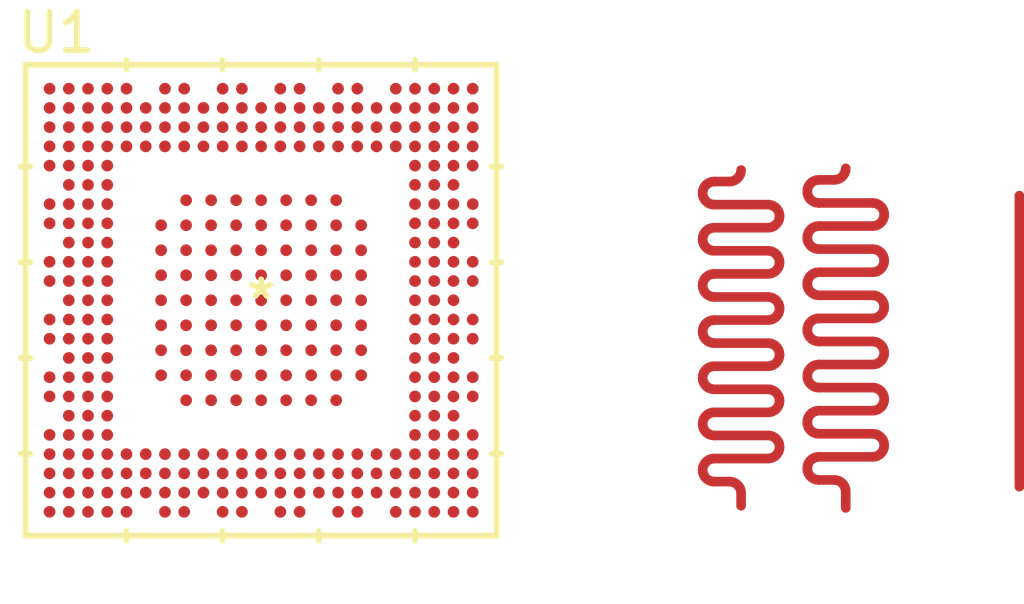
<source format=kicad_pcb>
(kicad_pcb (version 4) (host pcbnew 4.0.2+dfsg1-stable)

  (general
    (links 87)
    (no_connects 87)
    (area 141.562614 96.92154 155.541186 113.0398)
    (thickness 1.6)
    (drawings 0)
    (tracks 423)
    (zones 0)
    (modules 1)
    (nets 203)
  )

  (page A4)
  (layers
    (0 F.Cu signal)
    (31 B.Cu signal)
    (32 B.Adhes user)
    (33 F.Adhes user)
    (34 B.Paste user)
    (35 F.Paste user)
    (36 B.SilkS user)
    (37 F.SilkS user)
    (38 B.Mask user)
    (39 F.Mask user)
    (40 Dwgs.User user)
    (41 Cmts.User user)
    (42 Eco1.User user)
    (43 Eco2.User user)
    (44 Edge.Cuts user)
    (45 Margin user)
    (46 B.CrtYd user)
    (47 F.CrtYd user)
    (48 B.Fab user)
    (49 F.Fab user)
  )

  (setup
    (last_trace_width 0.25)
    (trace_clearance 0.2)
    (zone_clearance 0.508)
    (zone_45_only no)
    (trace_min 0.2)
    (segment_width 0.2)
    (edge_width 0.15)
    (via_size 0.6)
    (via_drill 0.4)
    (via_min_size 0.4)
    (via_min_drill 0.3)
    (uvia_size 0.3)
    (uvia_drill 0.1)
    (uvias_allowed no)
    (uvia_min_size 0.2)
    (uvia_min_drill 0.1)
    (pcb_text_width 0.3)
    (pcb_text_size 1.5 1.5)
    (mod_edge_width 0.15)
    (mod_text_size 1 1)
    (mod_text_width 0.15)
    (pad_size 1.524 1.524)
    (pad_drill 0.762)
    (pad_to_mask_clearance 0.2)
    (aux_axis_origin 0 0)
    (visible_elements FFFFFF7F)
    (pcbplotparams
      (layerselection 0x00030_80000001)
      (usegerberextensions false)
      (excludeedgelayer true)
      (linewidth 0.100000)
      (plotframeref false)
      (viasonmask false)
      (mode 1)
      (useauxorigin false)
      (hpglpennumber 1)
      (hpglpenspeed 20)
      (hpglpendiameter 15)
      (hpglpenoverlay 2)
      (psnegative false)
      (psa4output false)
      (plotreference true)
      (plotvalue true)
      (plotinvisibletext false)
      (padsonsilk false)
      (subtractmaskfromsilk false)
      (outputformat 1)
      (mirror false)
      (drillshape 1)
      (scaleselection 1)
      (outputdirectory ""))
  )

  (net 0 "")
  (net 1 "Net-(U1-Pad1A3)")
  (net 2 "Net-(U1-PadA7)")
  (net 3 "Net-(U1-PadA13)")
  (net 4 "Net-(U1-PadA16)")
  (net 5 "Net-(U1-PadA19)")
  (net 6 "Net-(U1-PadA20)")
  (net 7 "Net-(U1-PadA21)")
  (net 8 "Net-(U1-PadA22)")
  (net 9 "Net-(U1-PadB2)")
  (net 10 "Net-(U1-PadB4)")
  (net 11 "Net-(U1-PadB6)")
  (net 12 "Net-(U1-PadB7)")
  (net 13 "Net-(U1-PadB8)")
  (net 14 "Net-(U1-PadB9)")
  (net 15 "Net-(U1-PadB10)")
  (net 16 "Net-(U1-PadB11)")
  (net 17 "Net-(U1-PadB13)")
  (net 18 "Net-(U1-PadB14)")
  (net 19 "Net-(U1-PadB19)")
  (net 20 "Net-(U1-PadB20)")
  (net 21 "Net-(U1-PadB21)")
  (net 22 "Net-(U1-PadB22)")
  (net 23 "Net-(U1-PadB23)")
  (net 24 "Net-(U1-PadC1)")
  (net 25 "Net-(U1-PadC2)")
  (net 26 "Net-(U1-PadC3)")
  (net 27 "Net-(U1-PadC6)")
  (net 28 "Net-(U1-PadC8)")
  (net 29 "Net-(U1-PadC11)")
  (net 30 "Net-(U1-PadC19)")
  (net 31 "Net-(U1-PadC20)")
  (net 32 "Net-(U1-PadC22)")
  (net 33 "Net-(U1-PadC23)")
  (net 34 "Net-(U1-PadD1)")
  (net 35 "Net-(U1-PadD2)")
  (net 36 "Net-(U1-PadD3)")
  (net 37 "Net-(U1-PadD6)")
  (net 38 "Net-(U1-PadD12)")
  (net 39 "Net-(U1-PadD13)")
  (net 40 "Net-(U1-PadD14)")
  (net 41 "Net-(U1-PadD15)")
  (net 42 "Net-(U1-PadD16)")
  (net 43 "Net-(U1-PadD17)")
  (net 44 "Net-(U1-PadD18)")
  (net 45 "Net-(U1-PadD19)")
  (net 46 "Net-(U1-PadD20)")
  (net 47 "Net-(U1-PadD21)")
  (net 48 "Net-(U1-PadD22)")
  (net 49 "Net-(U1-PadD23)")
  (net 50 "Net-(U1-PadE1)")
  (net 51 "Net-(U1-PadE2)")
  (net 52 "Net-(U1-PadE3)")
  (net 53 "Net-(U1-PadE20)")
  (net 54 "Net-(U1-PadE21)")
  (net 55 "Net-(U1-PadE22)")
  (net 56 "Net-(U1-PadE23)")
  (net 57 "Net-(U1-PadF20)")
  (net 58 "Net-(U1-PadF22)")
  (net 59 "Net-(U1-PadG1)")
  (net 60 "Net-(U1-PadG3)")
  (net 61 "Net-(U1-PadG4)")
  (net 62 "Net-(U1-PadG20)")
  (net 63 "Net-(U1-PadG21)")
  (net 64 "Net-(U1-PadG22)")
  (net 65 "Net-(U1-PadG23)")
  (net 66 "Net-(U1-PadH1)")
  (net 67 "Net-(U1-PadH2)")
  (net 68 "Net-(U1-Pad1A2)")
  (net 69 "Net-(U1-Pad1A8)")
  (net 70 "Net-(U1-PadH20)")
  (net 71 "Net-(U1-PadH21)")
  (net 72 "Net-(U1-PadH22)")
  (net 73 "Net-(U1-PadH23)")
  (net 74 "Net-(U1-PadJ2)")
  (net 75 "Net-(U1-PadJ3)")
  (net 76 "Net-(U1-PadJ4)")
  (net 77 "Net-(U1-PadJ20)")
  (net 78 "Net-(U1-PadJ21)")
  (net 79 "Net-(U1-PadJ22)")
  (net 80 "Net-(U1-PadK1)")
  (net 81 "Net-(U1-PadK3)")
  (net 82 "Net-(U1-PadK4)")
  (net 83 "Net-(U1-PadK20)")
  (net 84 "Net-(U1-PadK22)")
  (net 85 "Net-(U1-PadK23)")
  (net 86 "Net-(U1-PadL3)")
  (net 87 "Net-(U1-PadL20)")
  (net 88 "Net-(U1-PadL21)")
  (net 89 "Net-(U1-PadL22)")
  (net 90 "Net-(U1-PadL23)")
  (net 91 "Net-(U1-PadM2)")
  (net 92 "Net-(U1-PadM3)")
  (net 93 "Net-(U1-PadM4)")
  (net 94 "Net-(U1-PadM20)")
  (net 95 "Net-(U1-PadM21)")
  (net 96 "Net-(U1-PadM22)")
  (net 97 "Net-(U1-PadN1)")
  (net 98 "Net-(U1-PadN3)")
  (net 99 "Net-(U1-PadN4)")
  (net 100 "Net-(U1-Pad1F1)")
  (net 101 "Net-(U1-Pad1F3)")
  (net 102 "Net-(U1-PadN20)")
  (net 103 "Net-(U1-PadN21)")
  (net 104 "Net-(U1-PadN22)")
  (net 105 "Net-(U1-PadN23)")
  (net 106 "Net-(U1-Pad1G1)")
  (net 107 "Net-(U1-Pad1G2)")
  (net 108 "Net-(U1-PadP20)")
  (net 109 "Net-(U1-PadP22)")
  (net 110 "Net-(U1-PadP23)")
  (net 111 "Net-(U1-PadR2)")
  (net 112 "Net-(U1-PadR3)")
  (net 113 "Net-(U1-PadR4)")
  (net 114 "Net-(U1-Pad1H1)")
  (net 115 "Net-(U1-Pad1H2)")
  (net 116 "Net-(U1-PadR20)")
  (net 117 "Net-(U1-PadR21)")
  (net 118 "Net-(U1-PadR22)")
  (net 119 "Net-(U1-PadT1)")
  (net 120 "Net-(U1-PadT3)")
  (net 121 "Net-(U1-PadT20)")
  (net 122 "Net-(U1-PadT21)")
  (net 123 "Net-(U1-PadT22)")
  (net 124 "Net-(U1-PadT23)")
  (net 125 "Net-(U1-PadU2)")
  (net 126 "Net-(U1-PadU20)")
  (net 127 "Net-(U1-PadU21)")
  (net 128 "Net-(U1-PadU22)")
  (net 129 "Net-(U1-PadU23)")
  (net 130 "Net-(U1-PadV4)")
  (net 131 "Net-(U1-PadV20)")
  (net 132 "Net-(U1-PadV22)")
  (net 133 "Net-(U1-PadW2)")
  (net 134 "Net-(U1-PadW4)")
  (net 135 "Net-(U1-PadW20)")
  (net 136 "Net-(U1-PadW21)")
  (net 137 "Net-(U1-PadW22)")
  (net 138 "Net-(U1-PadW23)")
  (net 139 "Net-(U1-PadY1)")
  (net 140 "Net-(U1-PadY2)")
  (net 141 "Net-(U1-PadY4)")
  (net 142 "Net-(U1-PadY5)")
  (net 143 "Net-(U1-PadY10)")
  (net 144 "Net-(U1-PadY11)")
  (net 145 "Net-(U1-PadY13)")
  (net 146 "Net-(U1-PadY14)")
  (net 147 "Net-(U1-PadY15)")
  (net 148 "Net-(U1-PadY17)")
  (net 149 "Net-(U1-PadY18)")
  (net 150 "Net-(U1-PadY19)")
  (net 151 "Net-(U1-PadY20)")
  (net 152 "Net-(U1-PadY21)")
  (net 153 "Net-(U1-PadY22)")
  (net 154 "Net-(U1-PadY23)")
  (net 155 "Net-(U1-PadAA1)")
  (net 156 "Net-(U1-PadAA2)")
  (net 157 "Net-(U1-PadAA4)")
  (net 158 "Net-(U1-PadAA7)")
  (net 159 "Net-(U1-PadAA9)")
  (net 160 "Net-(U1-PadAA10)")
  (net 161 "Net-(U1-PadAA11)")
  (net 162 "Net-(U1-PadAA13)")
  (net 163 "Net-(U1-PadAA14)")
  (net 164 "Net-(U1-PadAA15)")
  (net 165 "Net-(U1-PadAA17)")
  (net 166 "Net-(U1-PadAA18)")
  (net 167 "Net-(U1-PadAA20)")
  (net 168 "Net-(U1-PadAA22)")
  (net 169 "Net-(U1-PadAA23)")
  (net 170 "Net-(U1-PadAB1)")
  (net 171 "Net-(U1-PadAB6)")
  (net 172 "Net-(U1-PadAB7)")
  (net 173 "Net-(U1-PadAB8)")
  (net 174 "Net-(U1-PadAB9)")
  (net 175 "Net-(U1-PadAB10)")
  (net 176 "Net-(U1-PadAB11)")
  (net 177 "Net-(U1-PadAB12)")
  (net 178 "Net-(U1-PadAB13)")
  (net 179 "Net-(U1-PadAB14)")
  (net 180 "Net-(U1-PadAB15)")
  (net 181 "Net-(U1-PadAB16)")
  (net 182 "Net-(U1-PadAB17)")
  (net 183 "Net-(U1-PadAB18)")
  (net 184 "Net-(U1-PadAB19)")
  (net 185 "Net-(U1-PadAB20)")
  (net 186 "Net-(U1-PadAB21)")
  (net 187 "Net-(U1-PadAB22)")
  (net 188 "Net-(U1-PadAB23)")
  (net 189 "Net-(U1-PadAC3)")
  (net 190 "Net-(U1-PadAC4)")
  (net 191 "Net-(U1-PadAC5)")
  (net 192 "Net-(U1-PadAC7)")
  (net 193 "Net-(U1-PadAC10)")
  (net 194 "Net-(U1-PadAC11)")
  (net 195 "Net-(U1-PadAC13)")
  (net 196 "Net-(U1-PadAC14)")
  (net 197 "Net-(U1-PadAC16)")
  (net 198 "Net-(U1-PadAC17)")
  (net 199 "Net-(U1-PadAC19)")
  (net 200 "Net-(U1-PadAC20)")
  (net 201 "Net-(U1-PadAC21)")
  (net 202 "Net-(U1-PadAC22)")

  (net_class Default "This is the default net class."
    (clearance 0.2)
    (trace_width 0.25)
    (via_dia 0.6)
    (via_drill 0.4)
    (uvia_dia 0.3)
    (uvia_drill 0.1)
    (add_net "Net-(U1-Pad1A2)")
    (add_net "Net-(U1-Pad1A3)")
    (add_net "Net-(U1-Pad1A8)")
    (add_net "Net-(U1-Pad1F1)")
    (add_net "Net-(U1-Pad1F3)")
    (add_net "Net-(U1-Pad1G1)")
    (add_net "Net-(U1-Pad1G2)")
    (add_net "Net-(U1-Pad1H1)")
    (add_net "Net-(U1-Pad1H2)")
    (add_net "Net-(U1-PadA13)")
    (add_net "Net-(U1-PadA16)")
    (add_net "Net-(U1-PadA19)")
    (add_net "Net-(U1-PadA20)")
    (add_net "Net-(U1-PadA21)")
    (add_net "Net-(U1-PadA22)")
    (add_net "Net-(U1-PadA7)")
    (add_net "Net-(U1-PadAA1)")
    (add_net "Net-(U1-PadAA10)")
    (add_net "Net-(U1-PadAA11)")
    (add_net "Net-(U1-PadAA13)")
    (add_net "Net-(U1-PadAA14)")
    (add_net "Net-(U1-PadAA15)")
    (add_net "Net-(U1-PadAA17)")
    (add_net "Net-(U1-PadAA18)")
    (add_net "Net-(U1-PadAA2)")
    (add_net "Net-(U1-PadAA20)")
    (add_net "Net-(U1-PadAA22)")
    (add_net "Net-(U1-PadAA23)")
    (add_net "Net-(U1-PadAA4)")
    (add_net "Net-(U1-PadAA7)")
    (add_net "Net-(U1-PadAA9)")
    (add_net "Net-(U1-PadAB1)")
    (add_net "Net-(U1-PadAB10)")
    (add_net "Net-(U1-PadAB11)")
    (add_net "Net-(U1-PadAB12)")
    (add_net "Net-(U1-PadAB13)")
    (add_net "Net-(U1-PadAB14)")
    (add_net "Net-(U1-PadAB15)")
    (add_net "Net-(U1-PadAB16)")
    (add_net "Net-(U1-PadAB17)")
    (add_net "Net-(U1-PadAB18)")
    (add_net "Net-(U1-PadAB19)")
    (add_net "Net-(U1-PadAB20)")
    (add_net "Net-(U1-PadAB21)")
    (add_net "Net-(U1-PadAB22)")
    (add_net "Net-(U1-PadAB23)")
    (add_net "Net-(U1-PadAB6)")
    (add_net "Net-(U1-PadAB7)")
    (add_net "Net-(U1-PadAB8)")
    (add_net "Net-(U1-PadAB9)")
    (add_net "Net-(U1-PadAC10)")
    (add_net "Net-(U1-PadAC11)")
    (add_net "Net-(U1-PadAC13)")
    (add_net "Net-(U1-PadAC14)")
    (add_net "Net-(U1-PadAC16)")
    (add_net "Net-(U1-PadAC17)")
    (add_net "Net-(U1-PadAC19)")
    (add_net "Net-(U1-PadAC20)")
    (add_net "Net-(U1-PadAC21)")
    (add_net "Net-(U1-PadAC22)")
    (add_net "Net-(U1-PadAC3)")
    (add_net "Net-(U1-PadAC4)")
    (add_net "Net-(U1-PadAC5)")
    (add_net "Net-(U1-PadAC7)")
    (add_net "Net-(U1-PadB10)")
    (add_net "Net-(U1-PadB11)")
    (add_net "Net-(U1-PadB13)")
    (add_net "Net-(U1-PadB14)")
    (add_net "Net-(U1-PadB19)")
    (add_net "Net-(U1-PadB2)")
    (add_net "Net-(U1-PadB20)")
    (add_net "Net-(U1-PadB21)")
    (add_net "Net-(U1-PadB22)")
    (add_net "Net-(U1-PadB23)")
    (add_net "Net-(U1-PadB4)")
    (add_net "Net-(U1-PadB6)")
    (add_net "Net-(U1-PadB7)")
    (add_net "Net-(U1-PadB8)")
    (add_net "Net-(U1-PadB9)")
    (add_net "Net-(U1-PadC1)")
    (add_net "Net-(U1-PadC11)")
    (add_net "Net-(U1-PadC19)")
    (add_net "Net-(U1-PadC2)")
    (add_net "Net-(U1-PadC20)")
    (add_net "Net-(U1-PadC22)")
    (add_net "Net-(U1-PadC23)")
    (add_net "Net-(U1-PadC3)")
    (add_net "Net-(U1-PadC6)")
    (add_net "Net-(U1-PadC8)")
    (add_net "Net-(U1-PadD1)")
    (add_net "Net-(U1-PadD12)")
    (add_net "Net-(U1-PadD13)")
    (add_net "Net-(U1-PadD14)")
    (add_net "Net-(U1-PadD15)")
    (add_net "Net-(U1-PadD16)")
    (add_net "Net-(U1-PadD17)")
    (add_net "Net-(U1-PadD18)")
    (add_net "Net-(U1-PadD19)")
    (add_net "Net-(U1-PadD2)")
    (add_net "Net-(U1-PadD20)")
    (add_net "Net-(U1-PadD21)")
    (add_net "Net-(U1-PadD22)")
    (add_net "Net-(U1-PadD23)")
    (add_net "Net-(U1-PadD3)")
    (add_net "Net-(U1-PadD6)")
    (add_net "Net-(U1-PadE1)")
    (add_net "Net-(U1-PadE2)")
    (add_net "Net-(U1-PadE20)")
    (add_net "Net-(U1-PadE21)")
    (add_net "Net-(U1-PadE22)")
    (add_net "Net-(U1-PadE23)")
    (add_net "Net-(U1-PadE3)")
    (add_net "Net-(U1-PadF20)")
    (add_net "Net-(U1-PadF22)")
    (add_net "Net-(U1-PadG1)")
    (add_net "Net-(U1-PadG20)")
    (add_net "Net-(U1-PadG21)")
    (add_net "Net-(U1-PadG22)")
    (add_net "Net-(U1-PadG23)")
    (add_net "Net-(U1-PadG3)")
    (add_net "Net-(U1-PadG4)")
    (add_net "Net-(U1-PadH1)")
    (add_net "Net-(U1-PadH2)")
    (add_net "Net-(U1-PadH20)")
    (add_net "Net-(U1-PadH21)")
    (add_net "Net-(U1-PadH22)")
    (add_net "Net-(U1-PadH23)")
    (add_net "Net-(U1-PadJ2)")
    (add_net "Net-(U1-PadJ20)")
    (add_net "Net-(U1-PadJ21)")
    (add_net "Net-(U1-PadJ22)")
    (add_net "Net-(U1-PadJ3)")
    (add_net "Net-(U1-PadJ4)")
    (add_net "Net-(U1-PadK1)")
    (add_net "Net-(U1-PadK20)")
    (add_net "Net-(U1-PadK22)")
    (add_net "Net-(U1-PadK23)")
    (add_net "Net-(U1-PadK3)")
    (add_net "Net-(U1-PadK4)")
    (add_net "Net-(U1-PadL20)")
    (add_net "Net-(U1-PadL21)")
    (add_net "Net-(U1-PadL22)")
    (add_net "Net-(U1-PadL23)")
    (add_net "Net-(U1-PadL3)")
    (add_net "Net-(U1-PadM2)")
    (add_net "Net-(U1-PadM20)")
    (add_net "Net-(U1-PadM21)")
    (add_net "Net-(U1-PadM22)")
    (add_net "Net-(U1-PadM3)")
    (add_net "Net-(U1-PadM4)")
    (add_net "Net-(U1-PadN1)")
    (add_net "Net-(U1-PadN20)")
    (add_net "Net-(U1-PadN21)")
    (add_net "Net-(U1-PadN22)")
    (add_net "Net-(U1-PadN23)")
    (add_net "Net-(U1-PadN3)")
    (add_net "Net-(U1-PadN4)")
    (add_net "Net-(U1-PadP20)")
    (add_net "Net-(U1-PadP22)")
    (add_net "Net-(U1-PadP23)")
    (add_net "Net-(U1-PadR2)")
    (add_net "Net-(U1-PadR20)")
    (add_net "Net-(U1-PadR21)")
    (add_net "Net-(U1-PadR22)")
    (add_net "Net-(U1-PadR3)")
    (add_net "Net-(U1-PadR4)")
    (add_net "Net-(U1-PadT1)")
    (add_net "Net-(U1-PadT20)")
    (add_net "Net-(U1-PadT21)")
    (add_net "Net-(U1-PadT22)")
    (add_net "Net-(U1-PadT23)")
    (add_net "Net-(U1-PadT3)")
    (add_net "Net-(U1-PadU2)")
    (add_net "Net-(U1-PadU20)")
    (add_net "Net-(U1-PadU21)")
    (add_net "Net-(U1-PadU22)")
    (add_net "Net-(U1-PadU23)")
    (add_net "Net-(U1-PadV20)")
    (add_net "Net-(U1-PadV22)")
    (add_net "Net-(U1-PadV4)")
    (add_net "Net-(U1-PadW2)")
    (add_net "Net-(U1-PadW20)")
    (add_net "Net-(U1-PadW21)")
    (add_net "Net-(U1-PadW22)")
    (add_net "Net-(U1-PadW23)")
    (add_net "Net-(U1-PadW4)")
    (add_net "Net-(U1-PadY1)")
    (add_net "Net-(U1-PadY10)")
    (add_net "Net-(U1-PadY11)")
    (add_net "Net-(U1-PadY13)")
    (add_net "Net-(U1-PadY14)")
    (add_net "Net-(U1-PadY15)")
    (add_net "Net-(U1-PadY17)")
    (add_net "Net-(U1-PadY18)")
    (add_net "Net-(U1-PadY19)")
    (add_net "Net-(U1-PadY2)")
    (add_net "Net-(U1-PadY20)")
    (add_net "Net-(U1-PadY21)")
    (add_net "Net-(U1-PadY22)")
    (add_net "Net-(U1-PadY23)")
    (add_net "Net-(U1-PadY4)")
    (add_net "Net-(U1-PadY5)")
  )

  (module saet:STM32MP_TFBGA361_T1 (layer F.Cu) (tedit 5EA2DC59) (tstamp 5EA32E66)
    (at 148.5011 105.0036)
    (path /5EA30B4D/5EA30C53)
    (fp_text reference U1 (at -5.31622 -6.95706) (layer F.SilkS)
      (effects (font (size 1 1) (thickness 0.15)))
    )
    (fp_text value STM32MP151AAC3 (at 0.0508 7.0612) (layer Eco2.User)
      (effects (font (size 1 1) (thickness 0.15)))
    )
    (fp_text user "Copyright 2016 Accelerated Designs. All rights reserved." (at 0 0) (layer Cmts.User)
      (effects (font (size 0.127 0.127) (thickness 0.002)))
    )
    (fp_text user * (at 0 0) (layer F.SilkS)
      (effects (font (size 1 1) (thickness 0.15)))
    )
    (fp_text user * (at 0 0) (layer F.Fab)
      (effects (font (size 1 1) (thickness 0.15)))
    )
    (fp_line (start -5.9944 -3.4798) (end -6.2484 -3.4798) (layer F.SilkS) (width 0.1524))
    (fp_line (start 5.9944 -3.4798) (end 6.2484 -3.4798) (layer F.SilkS) (width 0.1524))
    (fp_line (start -5.9944 -0.9906) (end -6.2484 -0.9906) (layer F.SilkS) (width 0.1524))
    (fp_line (start 5.9944 -0.9906) (end 6.2484 -0.9906) (layer F.SilkS) (width 0.1524))
    (fp_line (start -5.9944 1.4986) (end -6.2484 1.4986) (layer F.SilkS) (width 0.1524))
    (fp_line (start 5.9944 1.4986) (end 6.2484 1.4986) (layer F.SilkS) (width 0.1524))
    (fp_line (start -5.9944 3.9878) (end -6.2484 3.9878) (layer F.SilkS) (width 0.1524))
    (fp_line (start 5.9944 3.9878) (end 6.2484 3.9878) (layer F.SilkS) (width 0.1524))
    (fp_line (start -3.50012 -5.9944) (end -3.50012 -6.2484) (layer F.SilkS) (width 0.1524))
    (fp_line (start -3.50012 5.9944) (end -3.50012 6.2484) (layer F.SilkS) (width 0.1524))
    (fp_line (start -0.999998 -5.9944) (end -0.999998 -6.2484) (layer F.SilkS) (width 0.1524))
    (fp_line (start -0.999998 5.9944) (end -0.999998 6.2484) (layer F.SilkS) (width 0.1524))
    (fp_line (start 1.500124 -5.9944) (end 1.500124 -6.2484) (layer F.SilkS) (width 0.1524))
    (fp_line (start 1.500124 5.9944) (end 1.500124 6.2484) (layer F.SilkS) (width 0.1524))
    (fp_line (start 3.999992 -5.9944) (end 3.999992 -6.2484) (layer F.SilkS) (width 0.1524))
    (fp_line (start 3.999992 5.9944) (end 3.999992 6.2484) (layer F.SilkS) (width 0.1524))
    (fp_line (start -5.7444 -5.9944) (end -5.9944 -5.7404) (layer F.Fab) (width 0.1524))
    (fp_line (start -6.1214 6.1214) (end 6.1214 6.1214) (layer F.SilkS) (width 0.1524))
    (fp_line (start 6.1214 6.1214) (end 6.1214 -6.1214) (layer F.SilkS) (width 0.1524))
    (fp_line (start 6.1214 -6.1214) (end -6.1214 -6.1214) (layer F.SilkS) (width 0.1524))
    (fp_line (start -6.1214 -6.1214) (end -6.1214 6.1214) (layer F.SilkS) (width 0.1524))
    (fp_line (start -5.9944 5.9944) (end 5.9944 5.9944) (layer F.Fab) (width 0.1524))
    (fp_line (start 5.9944 5.9944) (end 5.9944 -5.9944) (layer F.Fab) (width 0.1524))
    (fp_line (start 5.9944 -5.9944) (end -5.9944 -5.9944) (layer F.Fab) (width 0.1524))
    (fp_line (start -5.9944 -5.9944) (end -5.9944 5.9944) (layer F.Fab) (width 0.1524))
    (fp_line (start -6.2484 6.2484) (end -6.2484 -6.2484) (layer F.CrtYd) (width 0.1524))
    (fp_line (start -6.2484 -6.2484) (end 6.2484 -6.2484) (layer F.CrtYd) (width 0.1524))
    (fp_line (start 6.2484 -6.2484) (end 6.2484 6.2484) (layer F.CrtYd) (width 0.1524))
    (fp_line (start 6.2484 6.2484) (end -6.2484 6.2484) (layer F.CrtYd) (width 0.1524))
    (pad A1 smd circle (at -5.5 -5.5) (size 0.3048 0.3048) (layers F.Cu F.Paste F.Mask)
      (net 1 "Net-(U1-Pad1A3)"))
    (pad A2 smd circle (at -5 -5.5) (size 0.3048 0.3048) (layers F.Cu F.Paste F.Mask))
    (pad A3 smd circle (at -4.5 -5.5) (size 0.3048 0.3048) (layers F.Cu F.Paste F.Mask))
    (pad A4 smd circle (at -4 -5.5) (size 0.3048 0.3048) (layers F.Cu F.Paste F.Mask))
    (pad A5 smd circle (at -3.5 -5.5) (size 0.3048 0.3048) (layers F.Cu F.Paste F.Mask))
    (pad A7 smd circle (at -2.5 -5.5) (size 0.3048 0.3048) (layers F.Cu F.Paste F.Mask)
      (net 2 "Net-(U1-PadA7)"))
    (pad A8 smd circle (at -2 -5.5) (size 0.3048 0.3048) (layers F.Cu F.Paste F.Mask))
    (pad A10 smd circle (at -1 -5.5) (size 0.3048 0.3048) (layers F.Cu F.Paste F.Mask))
    (pad A11 smd circle (at -0.5 -5.5) (size 0.3048 0.3048) (layers F.Cu F.Paste F.Mask))
    (pad A13 smd circle (at 0.5 -5.5) (size 0.3048 0.3048) (layers F.Cu F.Paste F.Mask)
      (net 3 "Net-(U1-PadA13)"))
    (pad A14 smd circle (at 1 -5.5) (size 0.3048 0.3048) (layers F.Cu F.Paste F.Mask))
    (pad A16 smd circle (at 2 -5.5) (size 0.3048 0.3048) (layers F.Cu F.Paste F.Mask)
      (net 4 "Net-(U1-PadA16)"))
    (pad A17 smd circle (at 2.5 -5.5) (size 0.3048 0.3048) (layers F.Cu F.Paste F.Mask))
    (pad A19 smd circle (at 3.5 -5.5) (size 0.3048 0.3048) (layers F.Cu F.Paste F.Mask)
      (net 5 "Net-(U1-PadA19)"))
    (pad A20 smd circle (at 4 -5.5) (size 0.3048 0.3048) (layers F.Cu F.Paste F.Mask)
      (net 6 "Net-(U1-PadA20)"))
    (pad A21 smd circle (at 4.5 -5.5) (size 0.3048 0.3048) (layers F.Cu F.Paste F.Mask)
      (net 7 "Net-(U1-PadA21)"))
    (pad A22 smd circle (at 5 -5.5) (size 0.3048 0.3048) (layers F.Cu F.Paste F.Mask)
      (net 8 "Net-(U1-PadA22)"))
    (pad A23 smd circle (at 5.5 -5.5) (size 0.3048 0.3048) (layers F.Cu F.Paste F.Mask)
      (net 1 "Net-(U1-Pad1A3)"))
    (pad B1 smd circle (at -5.5 -5) (size 0.3048 0.3048) (layers F.Cu F.Paste F.Mask))
    (pad B2 smd circle (at -5 -5) (size 0.3048 0.3048) (layers F.Cu F.Paste F.Mask)
      (net 9 "Net-(U1-PadB2)"))
    (pad B3 smd circle (at -4.5 -5) (size 0.3048 0.3048) (layers F.Cu F.Paste F.Mask))
    (pad B4 smd circle (at -4 -5) (size 0.3048 0.3048) (layers F.Cu F.Paste F.Mask)
      (net 10 "Net-(U1-PadB4)"))
    (pad B5 smd circle (at -3.5 -5) (size 0.3048 0.3048) (layers F.Cu F.Paste F.Mask))
    (pad B6 smd circle (at -3 -5) (size 0.3048 0.3048) (layers F.Cu F.Paste F.Mask)
      (net 11 "Net-(U1-PadB6)"))
    (pad B7 smd circle (at -2.5 -5) (size 0.3048 0.3048) (layers F.Cu F.Paste F.Mask)
      (net 12 "Net-(U1-PadB7)"))
    (pad B8 smd circle (at -2 -5) (size 0.3048 0.3048) (layers F.Cu F.Paste F.Mask)
      (net 13 "Net-(U1-PadB8)"))
    (pad B9 smd circle (at -1.5 -5) (size 0.3048 0.3048) (layers F.Cu F.Paste F.Mask)
      (net 14 "Net-(U1-PadB9)"))
    (pad B10 smd circle (at -1 -5) (size 0.3048 0.3048) (layers F.Cu F.Paste F.Mask)
      (net 15 "Net-(U1-PadB10)"))
    (pad B11 smd circle (at -0.5 -5) (size 0.3048 0.3048) (layers F.Cu F.Paste F.Mask)
      (net 16 "Net-(U1-PadB11)"))
    (pad B12 smd circle (at 0 -5) (size 0.3048 0.3048) (layers F.Cu F.Paste F.Mask))
    (pad B13 smd circle (at 0.5 -5) (size 0.3048 0.3048) (layers F.Cu F.Paste F.Mask)
      (net 17 "Net-(U1-PadB13)"))
    (pad B14 smd circle (at 1 -5) (size 0.3048 0.3048) (layers F.Cu F.Paste F.Mask)
      (net 18 "Net-(U1-PadB14)"))
    (pad B15 smd circle (at 1.5 -5) (size 0.3048 0.3048) (layers F.Cu F.Paste F.Mask))
    (pad B16 smd circle (at 2 -5) (size 0.3048 0.3048) (layers F.Cu F.Paste F.Mask))
    (pad B17 smd circle (at 2.5 -5) (size 0.3048 0.3048) (layers F.Cu F.Paste F.Mask))
    (pad B18 smd circle (at 3 -5) (size 0.3048 0.3048) (layers F.Cu F.Paste F.Mask))
    (pad B19 smd circle (at 3.5 -5) (size 0.3048 0.3048) (layers F.Cu F.Paste F.Mask)
      (net 19 "Net-(U1-PadB19)"))
    (pad B20 smd circle (at 4 -5) (size 0.3048 0.3048) (layers F.Cu F.Paste F.Mask)
      (net 20 "Net-(U1-PadB20)"))
    (pad B21 smd circle (at 4.5 -5) (size 0.3048 0.3048) (layers F.Cu F.Paste F.Mask)
      (net 21 "Net-(U1-PadB21)"))
    (pad B22 smd circle (at 5 -5) (size 0.3048 0.3048) (layers F.Cu F.Paste F.Mask)
      (net 22 "Net-(U1-PadB22)"))
    (pad B23 smd circle (at 5.5 -5) (size 0.3048 0.3048) (layers F.Cu F.Paste F.Mask)
      (net 23 "Net-(U1-PadB23)"))
    (pad C1 smd circle (at -5.5 -4.5) (size 0.3048 0.3048) (layers F.Cu F.Paste F.Mask)
      (net 24 "Net-(U1-PadC1)"))
    (pad C2 smd circle (at -5 -4.5) (size 0.3048 0.3048) (layers F.Cu F.Paste F.Mask)
      (net 25 "Net-(U1-PadC2)"))
    (pad C3 smd circle (at -4.5 -4.5) (size 0.3048 0.3048) (layers F.Cu F.Paste F.Mask)
      (net 26 "Net-(U1-PadC3)"))
    (pad C4 smd circle (at -4 -4.5) (size 0.3048 0.3048) (layers F.Cu F.Paste F.Mask))
    (pad C5 smd circle (at -3.5 -4.5) (size 0.3048 0.3048) (layers F.Cu F.Paste F.Mask))
    (pad C6 smd circle (at -3 -4.5) (size 0.3048 0.3048) (layers F.Cu F.Paste F.Mask)
      (net 27 "Net-(U1-PadC6)"))
    (pad C7 smd circle (at -2.5 -4.5) (size 0.3048 0.3048) (layers F.Cu F.Paste F.Mask)
      (net 1 "Net-(U1-Pad1A3)"))
    (pad C8 smd circle (at -2 -4.5) (size 0.3048 0.3048) (layers F.Cu F.Paste F.Mask)
      (net 28 "Net-(U1-PadC8)"))
    (pad C9 smd circle (at -1.5 -4.5) (size 0.3048 0.3048) (layers F.Cu F.Paste F.Mask))
    (pad C10 smd circle (at -1 -4.5) (size 0.3048 0.3048) (layers F.Cu F.Paste F.Mask))
    (pad C11 smd circle (at -0.5 -4.5) (size 0.3048 0.3048) (layers F.Cu F.Paste F.Mask)
      (net 29 "Net-(U1-PadC11)"))
    (pad C12 smd circle (at 0 -4.5) (size 0.3048 0.3048) (layers F.Cu F.Paste F.Mask)
      (net 1 "Net-(U1-Pad1A3)"))
    (pad C13 smd circle (at 0.5 -4.5) (size 0.3048 0.3048) (layers F.Cu F.Paste F.Mask))
    (pad C14 smd circle (at 1 -4.5) (size 0.3048 0.3048) (layers F.Cu F.Paste F.Mask))
    (pad C15 smd circle (at 1.5 -4.5) (size 0.3048 0.3048) (layers F.Cu F.Paste F.Mask))
    (pad C16 smd circle (at 2 -4.5) (size 0.3048 0.3048) (layers F.Cu F.Paste F.Mask)
      (net 1 "Net-(U1-Pad1A3)"))
    (pad C17 smd circle (at 2.5 -4.5) (size 0.3048 0.3048) (layers F.Cu F.Paste F.Mask))
    (pad C18 smd circle (at 3 -4.5) (size 0.3048 0.3048) (layers F.Cu F.Paste F.Mask))
    (pad C19 smd circle (at 3.5 -4.5) (size 0.3048 0.3048) (layers F.Cu F.Paste F.Mask)
      (net 30 "Net-(U1-PadC19)"))
    (pad C20 smd circle (at 4 -4.5) (size 0.3048 0.3048) (layers F.Cu F.Paste F.Mask)
      (net 31 "Net-(U1-PadC20)"))
    (pad C21 smd circle (at 4.5 -4.5) (size 0.3048 0.3048) (layers F.Cu F.Paste F.Mask)
      (net 1 "Net-(U1-Pad1A3)"))
    (pad C22 smd circle (at 5 -4.5) (size 0.3048 0.3048) (layers F.Cu F.Paste F.Mask)
      (net 32 "Net-(U1-PadC22)"))
    (pad C23 smd circle (at 5.5 -4.5) (size 0.3048 0.3048) (layers F.Cu F.Paste F.Mask)
      (net 33 "Net-(U1-PadC23)"))
    (pad D1 smd circle (at -5.5 -4) (size 0.3048 0.3048) (layers F.Cu F.Paste F.Mask)
      (net 34 "Net-(U1-PadD1)"))
    (pad D2 smd circle (at -5 -4) (size 0.3048 0.3048) (layers F.Cu F.Paste F.Mask)
      (net 35 "Net-(U1-PadD2)"))
    (pad D3 smd circle (at -4.5 -4) (size 0.3048 0.3048) (layers F.Cu F.Paste F.Mask)
      (net 36 "Net-(U1-PadD3)"))
    (pad D4 smd circle (at -4 -4) (size 0.3048 0.3048) (layers F.Cu F.Paste F.Mask)
      (net 1 "Net-(U1-Pad1A3)"))
    (pad D5 smd circle (at -3.5 -4) (size 0.3048 0.3048) (layers F.Cu F.Paste F.Mask))
    (pad D6 smd circle (at -3 -4) (size 0.3048 0.3048) (layers F.Cu F.Paste F.Mask)
      (net 37 "Net-(U1-PadD6)"))
    (pad D7 smd circle (at -2.5 -4) (size 0.3048 0.3048) (layers F.Cu F.Paste F.Mask))
    (pad D8 smd circle (at -2 -4) (size 0.3048 0.3048) (layers F.Cu F.Paste F.Mask))
    (pad D9 smd circle (at -1.5 -4) (size 0.3048 0.3048) (layers F.Cu F.Paste F.Mask))
    (pad D10 smd circle (at -1 -4) (size 0.3048 0.3048) (layers F.Cu F.Paste F.Mask))
    (pad D11 smd circle (at -0.5 -4) (size 0.3048 0.3048) (layers F.Cu F.Paste F.Mask))
    (pad D12 smd circle (at 0 -4) (size 0.3048 0.3048) (layers F.Cu F.Paste F.Mask)
      (net 38 "Net-(U1-PadD12)"))
    (pad D13 smd circle (at 0.5 -4) (size 0.3048 0.3048) (layers F.Cu F.Paste F.Mask)
      (net 39 "Net-(U1-PadD13)"))
    (pad D14 smd circle (at 1 -4) (size 0.3048 0.3048) (layers F.Cu F.Paste F.Mask)
      (net 40 "Net-(U1-PadD14)"))
    (pad D15 smd circle (at 1.5 -4) (size 0.3048 0.3048) (layers F.Cu F.Paste F.Mask)
      (net 41 "Net-(U1-PadD15)"))
    (pad D16 smd circle (at 2 -4) (size 0.3048 0.3048) (layers F.Cu F.Paste F.Mask)
      (net 42 "Net-(U1-PadD16)"))
    (pad D17 smd circle (at 2.5 -4) (size 0.3048 0.3048) (layers F.Cu F.Paste F.Mask)
      (net 43 "Net-(U1-PadD17)"))
    (pad D18 smd circle (at 3 -4) (size 0.3048 0.3048) (layers F.Cu F.Paste F.Mask)
      (net 44 "Net-(U1-PadD18)"))
    (pad D19 smd circle (at 3.5 -4) (size 0.3048 0.3048) (layers F.Cu F.Paste F.Mask)
      (net 45 "Net-(U1-PadD19)"))
    (pad D20 smd circle (at 4 -4) (size 0.3048 0.3048) (layers F.Cu F.Paste F.Mask)
      (net 46 "Net-(U1-PadD20)"))
    (pad D21 smd circle (at 4.5 -4) (size 0.3048 0.3048) (layers F.Cu F.Paste F.Mask)
      (net 47 "Net-(U1-PadD21)"))
    (pad D22 smd circle (at 5 -4) (size 0.3048 0.3048) (layers F.Cu F.Paste F.Mask)
      (net 48 "Net-(U1-PadD22)"))
    (pad D23 smd circle (at 5.5 -4) (size 0.3048 0.3048) (layers F.Cu F.Paste F.Mask)
      (net 49 "Net-(U1-PadD23)"))
    (pad E1 smd circle (at -5.5 -3.5) (size 0.3048 0.3048) (layers F.Cu F.Paste F.Mask)
      (net 50 "Net-(U1-PadE1)"))
    (pad E2 smd circle (at -5 -3.5) (size 0.3048 0.3048) (layers F.Cu F.Paste F.Mask)
      (net 51 "Net-(U1-PadE2)"))
    (pad E3 smd circle (at -4.5 -3.5) (size 0.3048 0.3048) (layers F.Cu F.Paste F.Mask)
      (net 52 "Net-(U1-PadE3)"))
    (pad E4 smd circle (at -4 -3.5) (size 0.3048 0.3048) (layers F.Cu F.Paste F.Mask))
    (pad E20 smd circle (at 4 -3.5) (size 0.3048 0.3048) (layers F.Cu F.Paste F.Mask)
      (net 53 "Net-(U1-PadE20)"))
    (pad E21 smd circle (at 4.5 -3.5) (size 0.3048 0.3048) (layers F.Cu F.Paste F.Mask)
      (net 54 "Net-(U1-PadE21)"))
    (pad E22 smd circle (at 5 -3.5) (size 0.3048 0.3048) (layers F.Cu F.Paste F.Mask)
      (net 55 "Net-(U1-PadE22)"))
    (pad E23 smd circle (at 5.5 -3.5) (size 0.3048 0.3048) (layers F.Cu F.Paste F.Mask)
      (net 56 "Net-(U1-PadE23)"))
    (pad F2 smd circle (at -5 -3) (size 0.3048 0.3048) (layers F.Cu F.Paste F.Mask))
    (pad F3 smd circle (at -4.5 -3) (size 0.3048 0.3048) (layers F.Cu F.Paste F.Mask))
    (pad F4 smd circle (at -4 -3) (size 0.3048 0.3048) (layers F.Cu F.Paste F.Mask))
    (pad F20 smd circle (at 4 -3) (size 0.3048 0.3048) (layers F.Cu F.Paste F.Mask)
      (net 57 "Net-(U1-PadF20)"))
    (pad F21 smd circle (at 4.5 -3) (size 0.3048 0.3048) (layers F.Cu F.Paste F.Mask)
      (net 1 "Net-(U1-Pad1A3)"))
    (pad F22 smd circle (at 5 -3) (size 0.3048 0.3048) (layers F.Cu F.Paste F.Mask)
      (net 58 "Net-(U1-PadF22)"))
    (pad G1 smd circle (at -5.5 -2.5) (size 0.3048 0.3048) (layers F.Cu F.Paste F.Mask)
      (net 59 "Net-(U1-PadG1)"))
    (pad G2 smd circle (at -5 -2.5) (size 0.3048 0.3048) (layers F.Cu F.Paste F.Mask))
    (pad G3 smd circle (at -4.5 -2.5) (size 0.3048 0.3048) (layers F.Cu F.Paste F.Mask)
      (net 60 "Net-(U1-PadG3)"))
    (pad G4 smd circle (at -4 -2.5) (size 0.3048 0.3048) (layers F.Cu F.Paste F.Mask)
      (net 61 "Net-(U1-PadG4)"))
    (pad G20 smd circle (at 4 -2.5) (size 0.3048 0.3048) (layers F.Cu F.Paste F.Mask)
      (net 62 "Net-(U1-PadG20)"))
    (pad G21 smd circle (at 4.5 -2.5) (size 0.3048 0.3048) (layers F.Cu F.Paste F.Mask)
      (net 63 "Net-(U1-PadG21)"))
    (pad G22 smd circle (at 5 -2.5) (size 0.3048 0.3048) (layers F.Cu F.Paste F.Mask)
      (net 64 "Net-(U1-PadG22)"))
    (pad G23 smd circle (at 5.5 -2.5) (size 0.3048 0.3048) (layers F.Cu F.Paste F.Mask)
      (net 65 "Net-(U1-PadG23)"))
    (pad H1 smd circle (at -5.5 -2) (size 0.3048 0.3048) (layers F.Cu F.Paste F.Mask)
      (net 66 "Net-(U1-PadH1)"))
    (pad H2 smd circle (at -5 -2) (size 0.3048 0.3048) (layers F.Cu F.Paste F.Mask)
      (net 67 "Net-(U1-PadH2)"))
    (pad H3 smd circle (at -4.5 -2) (size 0.3048 0.3048) (layers F.Cu F.Paste F.Mask)
      (net 1 "Net-(U1-Pad1A3)"))
    (pad H4 smd circle (at -4 -2) (size 0.3048 0.3048) (layers F.Cu F.Paste F.Mask))
    (pad 1A2 smd circle (at -1.95 -2.6) (size 0.3048 0.3048) (layers F.Cu F.Paste F.Mask)
      (net 68 "Net-(U1-Pad1A2)"))
    (pad 1A3 smd circle (at -1.3 -2.6) (size 0.3048 0.3048) (layers F.Cu F.Paste F.Mask)
      (net 1 "Net-(U1-Pad1A3)"))
    (pad 1A4 smd circle (at -0.65 -2.6) (size 0.3048 0.3048) (layers F.Cu F.Paste F.Mask)
      (net 68 "Net-(U1-Pad1A2)"))
    (pad 1A5 smd circle (at 0 -2.6) (size 0.3048 0.3048) (layers F.Cu F.Paste F.Mask)
      (net 1 "Net-(U1-Pad1A3)"))
    (pad 1A6 smd circle (at 0.65 -2.6) (size 0.3048 0.3048) (layers F.Cu F.Paste F.Mask)
      (net 68 "Net-(U1-Pad1A2)"))
    (pad 1A7 smd circle (at 1.3 -2.6) (size 0.3048 0.3048) (layers F.Cu F.Paste F.Mask)
      (net 1 "Net-(U1-Pad1A3)"))
    (pad 1A8 smd circle (at 1.95 -2.6) (size 0.3048 0.3048) (layers F.Cu F.Paste F.Mask)
      (net 69 "Net-(U1-Pad1A8)"))
    (pad H20 smd circle (at 4 -2) (size 0.3048 0.3048) (layers F.Cu F.Paste F.Mask)
      (net 70 "Net-(U1-PadH20)"))
    (pad H21 smd circle (at 4.5 -2) (size 0.3048 0.3048) (layers F.Cu F.Paste F.Mask)
      (net 71 "Net-(U1-PadH21)"))
    (pad H22 smd circle (at 5 -2) (size 0.3048 0.3048) (layers F.Cu F.Paste F.Mask)
      (net 72 "Net-(U1-PadH22)"))
    (pad H23 smd circle (at 5.5 -2) (size 0.3048 0.3048) (layers F.Cu F.Paste F.Mask)
      (net 73 "Net-(U1-PadH23)"))
    (pad J2 smd circle (at -5 -1.5) (size 0.3048 0.3048) (layers F.Cu F.Paste F.Mask)
      (net 74 "Net-(U1-PadJ2)"))
    (pad J3 smd circle (at -4.5 -1.5) (size 0.3048 0.3048) (layers F.Cu F.Paste F.Mask)
      (net 75 "Net-(U1-PadJ3)"))
    (pad J4 smd circle (at -4 -1.5) (size 0.3048 0.3048) (layers F.Cu F.Paste F.Mask)
      (net 76 "Net-(U1-PadJ4)"))
    (pad 1B1 smd circle (at -2.6 -1.95) (size 0.3048 0.3048) (layers F.Cu F.Paste F.Mask)
      (net 68 "Net-(U1-Pad1A2)"))
    (pad 1B2 smd circle (at -1.95 -1.95) (size 0.3048 0.3048) (layers F.Cu F.Paste F.Mask))
    (pad 1B3 smd circle (at -1.3 -1.95) (size 0.3048 0.3048) (layers F.Cu F.Paste F.Mask)
      (net 68 "Net-(U1-Pad1A2)"))
    (pad 1B4 smd circle (at -0.65 -1.95) (size 0.3048 0.3048) (layers F.Cu F.Paste F.Mask)
      (net 1 "Net-(U1-Pad1A3)"))
    (pad 1B5 smd circle (at 0 -1.95) (size 0.3048 0.3048) (layers F.Cu F.Paste F.Mask)
      (net 68 "Net-(U1-Pad1A2)"))
    (pad 1B6 smd circle (at 0.65 -1.95) (size 0.3048 0.3048) (layers F.Cu F.Paste F.Mask)
      (net 1 "Net-(U1-Pad1A3)"))
    (pad 1B7 smd circle (at 1.3 -1.95) (size 0.3048 0.3048) (layers F.Cu F.Paste F.Mask)
      (net 69 "Net-(U1-Pad1A8)"))
    (pad 1B8 smd circle (at 1.95 -1.95) (size 0.3048 0.3048) (layers F.Cu F.Paste F.Mask)
      (net 1 "Net-(U1-Pad1A3)"))
    (pad 1B9 smd circle (at 2.6 -1.95) (size 0.3048 0.3048) (layers F.Cu F.Paste F.Mask)
      (net 69 "Net-(U1-Pad1A8)"))
    (pad J20 smd circle (at 4 -1.5) (size 0.3048 0.3048) (layers F.Cu F.Paste F.Mask)
      (net 77 "Net-(U1-PadJ20)"))
    (pad J21 smd circle (at 4.5 -1.5) (size 0.3048 0.3048) (layers F.Cu F.Paste F.Mask)
      (net 78 "Net-(U1-PadJ21)"))
    (pad J22 smd circle (at 5 -1.5) (size 0.3048 0.3048) (layers F.Cu F.Paste F.Mask)
      (net 79 "Net-(U1-PadJ22)"))
    (pad K1 smd circle (at -5.5 -1) (size 0.3048 0.3048) (layers F.Cu F.Paste F.Mask)
      (net 80 "Net-(U1-PadK1)"))
    (pad K2 smd circle (at -5 -1) (size 0.3048 0.3048) (layers F.Cu F.Paste F.Mask))
    (pad K3 smd circle (at -4.5 -1) (size 0.3048 0.3048) (layers F.Cu F.Paste F.Mask)
      (net 81 "Net-(U1-PadK3)"))
    (pad K4 smd circle (at -4 -1) (size 0.3048 0.3048) (layers F.Cu F.Paste F.Mask)
      (net 82 "Net-(U1-PadK4)"))
    (pad 1C1 smd circle (at -2.6 -1.3) (size 0.3048 0.3048) (layers F.Cu F.Paste F.Mask)
      (net 1 "Net-(U1-Pad1A3)"))
    (pad 1C2 smd circle (at -1.95 -1.3) (size 0.3048 0.3048) (layers F.Cu F.Paste F.Mask)
      (net 68 "Net-(U1-Pad1A2)"))
    (pad 1C3 smd circle (at -1.3 -1.3) (size 0.3048 0.3048) (layers F.Cu F.Paste F.Mask)
      (net 1 "Net-(U1-Pad1A3)"))
    (pad 1C4 smd circle (at -0.65 -1.3) (size 0.3048 0.3048) (layers F.Cu F.Paste F.Mask)
      (net 68 "Net-(U1-Pad1A2)"))
    (pad 1C5 smd circle (at 0 -1.3) (size 0.3048 0.3048) (layers F.Cu F.Paste F.Mask)
      (net 1 "Net-(U1-Pad1A3)"))
    (pad 1C6 smd circle (at 0.65 -1.3) (size 0.3048 0.3048) (layers F.Cu F.Paste F.Mask)
      (net 68 "Net-(U1-Pad1A2)"))
    (pad 1C7 smd circle (at 1.3 -1.3) (size 0.3048 0.3048) (layers F.Cu F.Paste F.Mask)
      (net 1 "Net-(U1-Pad1A3)"))
    (pad 1C8 smd circle (at 1.95 -1.3) (size 0.3048 0.3048) (layers F.Cu F.Paste F.Mask)
      (net 69 "Net-(U1-Pad1A8)"))
    (pad 1C9 smd circle (at 2.6 -1.3) (size 0.3048 0.3048) (layers F.Cu F.Paste F.Mask)
      (net 1 "Net-(U1-Pad1A3)"))
    (pad K20 smd circle (at 4 -1) (size 0.3048 0.3048) (layers F.Cu F.Paste F.Mask)
      (net 83 "Net-(U1-PadK20)"))
    (pad K21 smd circle (at 4.5 -1) (size 0.3048 0.3048) (layers F.Cu F.Paste F.Mask)
      (net 1 "Net-(U1-Pad1A3)"))
    (pad K22 smd circle (at 5 -1) (size 0.3048 0.3048) (layers F.Cu F.Paste F.Mask)
      (net 84 "Net-(U1-PadK22)"))
    (pad K23 smd circle (at 5.5 -1) (size 0.3048 0.3048) (layers F.Cu F.Paste F.Mask)
      (net 85 "Net-(U1-PadK23)"))
    (pad L1 smd circle (at -5.5 -0.5) (size 0.3048 0.3048) (layers F.Cu F.Paste F.Mask))
    (pad L2 smd circle (at -5 -0.5) (size 0.3048 0.3048) (layers F.Cu F.Paste F.Mask))
    (pad L3 smd circle (at -4.5 -0.5) (size 0.3048 0.3048) (layers F.Cu F.Paste F.Mask)
      (net 86 "Net-(U1-PadL3)"))
    (pad L4 smd circle (at -4 -0.5) (size 0.3048 0.3048) (layers F.Cu F.Paste F.Mask))
    (pad 1D1 smd circle (at -2.6 -0.65) (size 0.3048 0.3048) (layers F.Cu F.Paste F.Mask)
      (net 68 "Net-(U1-Pad1A2)"))
    (pad 1D2 smd circle (at -1.95 -0.65) (size 0.3048 0.3048) (layers F.Cu F.Paste F.Mask)
      (net 1 "Net-(U1-Pad1A3)"))
    (pad 1D3 smd circle (at -1.3 -0.65) (size 0.3048 0.3048) (layers F.Cu F.Paste F.Mask)
      (net 68 "Net-(U1-Pad1A2)"))
    (pad 1D4 smd circle (at -0.65 -0.65) (size 0.3048 0.3048) (layers F.Cu F.Paste F.Mask)
      (net 1 "Net-(U1-Pad1A3)"))
    (pad 1D5 smd circle (at 0 -0.65) (size 0.3048 0.3048) (layers F.Cu F.Paste F.Mask)
      (net 68 "Net-(U1-Pad1A2)"))
    (pad 1D6 smd circle (at 0.65 -0.65) (size 0.3048 0.3048) (layers F.Cu F.Paste F.Mask)
      (net 1 "Net-(U1-Pad1A3)"))
    (pad 1D7 smd circle (at 1.3 -0.65) (size 0.3048 0.3048) (layers F.Cu F.Paste F.Mask)
      (net 68 "Net-(U1-Pad1A2)"))
    (pad 1D8 smd circle (at 1.95 -0.65) (size 0.3048 0.3048) (layers F.Cu F.Paste F.Mask)
      (net 1 "Net-(U1-Pad1A3)"))
    (pad 1D9 smd circle (at 2.6 -0.65) (size 0.3048 0.3048) (layers F.Cu F.Paste F.Mask)
      (net 69 "Net-(U1-Pad1A8)"))
    (pad L20 smd circle (at 4 -0.5) (size 0.3048 0.3048) (layers F.Cu F.Paste F.Mask)
      (net 87 "Net-(U1-PadL20)"))
    (pad L21 smd circle (at 4.5 -0.5) (size 0.3048 0.3048) (layers F.Cu F.Paste F.Mask)
      (net 88 "Net-(U1-PadL21)"))
    (pad L22 smd circle (at 5 -0.5) (size 0.3048 0.3048) (layers F.Cu F.Paste F.Mask)
      (net 89 "Net-(U1-PadL22)"))
    (pad L23 smd circle (at 5.5 -0.5) (size 0.3048 0.3048) (layers F.Cu F.Paste F.Mask)
      (net 90 "Net-(U1-PadL23)"))
    (pad M2 smd circle (at -5 0) (size 0.3048 0.3048) (layers F.Cu F.Paste F.Mask)
      (net 91 "Net-(U1-PadM2)"))
    (pad M3 smd circle (at -4.5 0) (size 0.3048 0.3048) (layers F.Cu F.Paste F.Mask)
      (net 92 "Net-(U1-PadM3)"))
    (pad M4 smd circle (at -4 0) (size 0.3048 0.3048) (layers F.Cu F.Paste F.Mask)
      (net 93 "Net-(U1-PadM4)"))
    (pad 1E1 smd circle (at -2.6 0) (size 0.3048 0.3048) (layers F.Cu F.Paste F.Mask)
      (net 1 "Net-(U1-Pad1A3)"))
    (pad 1E2 smd circle (at -1.95 0) (size 0.3048 0.3048) (layers F.Cu F.Paste F.Mask)
      (net 68 "Net-(U1-Pad1A2)"))
    (pad 1E3 smd circle (at -1.3 0) (size 0.3048 0.3048) (layers F.Cu F.Paste F.Mask)
      (net 1 "Net-(U1-Pad1A3)"))
    (pad 1E4 smd circle (at -0.65 0) (size 0.3048 0.3048) (layers F.Cu F.Paste F.Mask)
      (net 68 "Net-(U1-Pad1A2)"))
    (pad 1E5 smd circle (at 0 0) (size 0.3048 0.3048) (layers F.Cu F.Paste F.Mask)
      (net 1 "Net-(U1-Pad1A3)"))
    (pad 1E6 smd circle (at 0.65 0) (size 0.3048 0.3048) (layers F.Cu F.Paste F.Mask)
      (net 68 "Net-(U1-Pad1A2)"))
    (pad 1E7 smd circle (at 1.3 0) (size 0.3048 0.3048) (layers F.Cu F.Paste F.Mask)
      (net 1 "Net-(U1-Pad1A3)"))
    (pad 1E8 smd circle (at 1.95 0) (size 0.3048 0.3048) (layers F.Cu F.Paste F.Mask)
      (net 69 "Net-(U1-Pad1A8)"))
    (pad 1E9 smd circle (at 2.6 0) (size 0.3048 0.3048) (layers F.Cu F.Paste F.Mask)
      (net 1 "Net-(U1-Pad1A3)"))
    (pad M20 smd circle (at 4 0) (size 0.3048 0.3048) (layers F.Cu F.Paste F.Mask)
      (net 94 "Net-(U1-PadM20)"))
    (pad M21 smd circle (at 4.5 0) (size 0.3048 0.3048) (layers F.Cu F.Paste F.Mask)
      (net 95 "Net-(U1-PadM21)"))
    (pad M22 smd circle (at 5 0) (size 0.3048 0.3048) (layers F.Cu F.Paste F.Mask)
      (net 96 "Net-(U1-PadM22)"))
    (pad N1 smd circle (at -5.5 0.5) (size 0.3048 0.3048) (layers F.Cu F.Paste F.Mask)
      (net 97 "Net-(U1-PadN1)"))
    (pad N2 smd circle (at -5 0.5) (size 0.3048 0.3048) (layers F.Cu F.Paste F.Mask))
    (pad N3 smd circle (at -4.5 0.5) (size 0.3048 0.3048) (layers F.Cu F.Paste F.Mask)
      (net 98 "Net-(U1-PadN3)"))
    (pad N4 smd circle (at -4 0.5) (size 0.3048 0.3048) (layers F.Cu F.Paste F.Mask)
      (net 99 "Net-(U1-PadN4)"))
    (pad 1F1 smd circle (at -2.6 0.65) (size 0.3048 0.3048) (layers F.Cu F.Paste F.Mask)
      (net 100 "Net-(U1-Pad1F1)"))
    (pad 1F2 smd circle (at -1.95 0.65) (size 0.3048 0.3048) (layers F.Cu F.Paste F.Mask)
      (net 1 "Net-(U1-Pad1A3)"))
    (pad 1F3 smd circle (at -1.3 0.65) (size 0.3048 0.3048) (layers F.Cu F.Paste F.Mask)
      (net 101 "Net-(U1-Pad1F3)"))
    (pad 1F4 smd circle (at -0.65 0.65) (size 0.3048 0.3048) (layers F.Cu F.Paste F.Mask)
      (net 1 "Net-(U1-Pad1A3)"))
    (pad 1F5 smd circle (at 0 0.65) (size 0.3048 0.3048) (layers F.Cu F.Paste F.Mask)
      (net 68 "Net-(U1-Pad1A2)"))
    (pad 1F6 smd circle (at 0.65 0.65) (size 0.3048 0.3048) (layers F.Cu F.Paste F.Mask)
      (net 1 "Net-(U1-Pad1A3)"))
    (pad 1F7 smd circle (at 1.3 0.65) (size 0.3048 0.3048) (layers F.Cu F.Paste F.Mask)
      (net 68 "Net-(U1-Pad1A2)"))
    (pad 1F8 smd circle (at 1.95 0.65) (size 0.3048 0.3048) (layers F.Cu F.Paste F.Mask)
      (net 1 "Net-(U1-Pad1A3)"))
    (pad 1F9 smd circle (at 2.6 0.65) (size 0.3048 0.3048) (layers F.Cu F.Paste F.Mask)
      (net 69 "Net-(U1-Pad1A8)"))
    (pad N20 smd circle (at 4 0.5) (size 0.3048 0.3048) (layers F.Cu F.Paste F.Mask)
      (net 102 "Net-(U1-PadN20)"))
    (pad N21 smd circle (at 4.5 0.5) (size 0.3048 0.3048) (layers F.Cu F.Paste F.Mask)
      (net 103 "Net-(U1-PadN21)"))
    (pad N22 smd circle (at 5 0.5) (size 0.3048 0.3048) (layers F.Cu F.Paste F.Mask)
      (net 104 "Net-(U1-PadN22)"))
    (pad N23 smd circle (at 5.5 0.5) (size 0.3048 0.3048) (layers F.Cu F.Paste F.Mask)
      (net 105 "Net-(U1-PadN23)"))
    (pad P1 smd circle (at -5.5 1) (size 0.3048 0.3048) (layers F.Cu F.Paste F.Mask))
    (pad P2 smd circle (at -5 1) (size 0.3048 0.3048) (layers F.Cu F.Paste F.Mask))
    (pad P3 smd circle (at -4.5 1) (size 0.3048 0.3048) (layers F.Cu F.Paste F.Mask)
      (net 1 "Net-(U1-Pad1A3)"))
    (pad P4 smd circle (at -4 1) (size 0.3048 0.3048) (layers F.Cu F.Paste F.Mask))
    (pad 1G1 smd circle (at -2.6 1.3) (size 0.3048 0.3048) (layers F.Cu F.Paste F.Mask)
      (net 106 "Net-(U1-Pad1G1)"))
    (pad 1G2 smd circle (at -1.95 1.3) (size 0.3048 0.3048) (layers F.Cu F.Paste F.Mask)
      (net 107 "Net-(U1-Pad1G2)"))
    (pad 1G3 smd circle (at -1.3 1.3) (size 0.3048 0.3048) (layers F.Cu F.Paste F.Mask)
      (net 1 "Net-(U1-Pad1A3)"))
    (pad 1G4 smd circle (at -0.65 1.3) (size 0.3048 0.3048) (layers F.Cu F.Paste F.Mask)
      (net 101 "Net-(U1-Pad1F3)"))
    (pad 1G5 smd circle (at 0 1.3) (size 0.3048 0.3048) (layers F.Cu F.Paste F.Mask)
      (net 1 "Net-(U1-Pad1A3)"))
    (pad 1G6 smd circle (at 0.65 1.3) (size 0.3048 0.3048) (layers F.Cu F.Paste F.Mask)
      (net 68 "Net-(U1-Pad1A2)"))
    (pad 1G7 smd circle (at 1.3 1.3) (size 0.3048 0.3048) (layers F.Cu F.Paste F.Mask)
      (net 1 "Net-(U1-Pad1A3)"))
    (pad 1G8 smd circle (at 1.95 1.3) (size 0.3048 0.3048) (layers F.Cu F.Paste F.Mask)
      (net 69 "Net-(U1-Pad1A8)"))
    (pad 1G9 smd circle (at 2.6 1.3) (size 0.3048 0.3048) (layers F.Cu F.Paste F.Mask)
      (net 1 "Net-(U1-Pad1A3)"))
    (pad P20 smd circle (at 4 1) (size 0.3048 0.3048) (layers F.Cu F.Paste F.Mask)
      (net 108 "Net-(U1-PadP20)"))
    (pad P21 smd circle (at 4.5 1) (size 0.3048 0.3048) (layers F.Cu F.Paste F.Mask)
      (net 1 "Net-(U1-Pad1A3)"))
    (pad P22 smd circle (at 5 1) (size 0.3048 0.3048) (layers F.Cu F.Paste F.Mask)
      (net 109 "Net-(U1-PadP22)"))
    (pad P23 smd circle (at 5.5 1) (size 0.3048 0.3048) (layers F.Cu F.Paste F.Mask)
      (net 110 "Net-(U1-PadP23)"))
    (pad R2 smd circle (at -5 1.5) (size 0.3048 0.3048) (layers F.Cu F.Paste F.Mask)
      (net 111 "Net-(U1-PadR2)"))
    (pad R3 smd circle (at -4.5 1.5) (size 0.3048 0.3048) (layers F.Cu F.Paste F.Mask)
      (net 112 "Net-(U1-PadR3)"))
    (pad R4 smd circle (at -4 1.5) (size 0.3048 0.3048) (layers F.Cu F.Paste F.Mask)
      (net 113 "Net-(U1-PadR4)"))
    (pad 1H1 smd circle (at -2.6 1.95) (size 0.3048 0.3048) (layers F.Cu F.Paste F.Mask)
      (net 114 "Net-(U1-Pad1H1)"))
    (pad 1H2 smd circle (at -1.95 1.95) (size 0.3048 0.3048) (layers F.Cu F.Paste F.Mask)
      (net 115 "Net-(U1-Pad1H2)"))
    (pad 1H3 smd circle (at -1.3 1.95) (size 0.3048 0.3048) (layers F.Cu F.Paste F.Mask)
      (net 101 "Net-(U1-Pad1F3)"))
    (pad 1H4 smd circle (at -0.65 1.95) (size 0.3048 0.3048) (layers F.Cu F.Paste F.Mask)
      (net 1 "Net-(U1-Pad1A3)"))
    (pad 1H5 smd circle (at 0 1.95) (size 0.3048 0.3048) (layers F.Cu F.Paste F.Mask)
      (net 101 "Net-(U1-Pad1F3)"))
    (pad 1H6 smd circle (at 0.65 1.95) (size 0.3048 0.3048) (layers F.Cu F.Paste F.Mask)
      (net 1 "Net-(U1-Pad1A3)"))
    (pad 1H7 smd circle (at 1.3 1.95) (size 0.3048 0.3048) (layers F.Cu F.Paste F.Mask)
      (net 68 "Net-(U1-Pad1A2)"))
    (pad 1H8 smd circle (at 1.95 1.95) (size 0.3048 0.3048) (layers F.Cu F.Paste F.Mask)
      (net 1 "Net-(U1-Pad1A3)"))
    (pad 1H9 smd circle (at 2.6 1.95) (size 0.3048 0.3048) (layers F.Cu F.Paste F.Mask)
      (net 69 "Net-(U1-Pad1A8)"))
    (pad R20 smd circle (at 4 1.5) (size 0.3048 0.3048) (layers F.Cu F.Paste F.Mask)
      (net 116 "Net-(U1-PadR20)"))
    (pad R21 smd circle (at 4.5 1.5) (size 0.3048 0.3048) (layers F.Cu F.Paste F.Mask)
      (net 117 "Net-(U1-PadR21)"))
    (pad R22 smd circle (at 5 1.5) (size 0.3048 0.3048) (layers F.Cu F.Paste F.Mask)
      (net 118 "Net-(U1-PadR22)"))
    (pad T1 smd circle (at -5.5 2) (size 0.3048 0.3048) (layers F.Cu F.Paste F.Mask)
      (net 119 "Net-(U1-PadT1)"))
    (pad T2 smd circle (at -5 2) (size 0.3048 0.3048) (layers F.Cu F.Paste F.Mask))
    (pad T3 smd circle (at -4.5 2) (size 0.3048 0.3048) (layers F.Cu F.Paste F.Mask)
      (net 120 "Net-(U1-PadT3)"))
    (pad T4 smd circle (at -4 2) (size 0.3048 0.3048) (layers F.Cu F.Paste F.Mask))
    (pad 1J2 smd circle (at -1.95 2.6) (size 0.3048 0.3048) (layers F.Cu F.Paste F.Mask)
      (net 101 "Net-(U1-Pad1F3)"))
    (pad 1J3 smd circle (at -1.3 2.6) (size 0.3048 0.3048) (layers F.Cu F.Paste F.Mask)
      (net 1 "Net-(U1-Pad1A3)"))
    (pad 1J4 smd circle (at -0.65 2.6) (size 0.3048 0.3048) (layers F.Cu F.Paste F.Mask)
      (net 101 "Net-(U1-Pad1F3)"))
    (pad 1J5 smd circle (at 0 2.6) (size 0.3048 0.3048) (layers F.Cu F.Paste F.Mask)
      (net 1 "Net-(U1-Pad1A3)"))
    (pad 1J6 smd circle (at 0.65 2.6) (size 0.3048 0.3048) (layers F.Cu F.Paste F.Mask)
      (net 101 "Net-(U1-Pad1F3)"))
    (pad 1J7 smd circle (at 1.3 2.6) (size 0.3048 0.3048) (layers F.Cu F.Paste F.Mask)
      (net 1 "Net-(U1-Pad1A3)"))
    (pad 1J8 smd circle (at 1.95 2.6) (size 0.3048 0.3048) (layers F.Cu F.Paste F.Mask)
      (net 69 "Net-(U1-Pad1A8)"))
    (pad T20 smd circle (at 4 2) (size 0.3048 0.3048) (layers F.Cu F.Paste F.Mask)
      (net 121 "Net-(U1-PadT20)"))
    (pad T21 smd circle (at 4.5 2) (size 0.3048 0.3048) (layers F.Cu F.Paste F.Mask)
      (net 122 "Net-(U1-PadT21)"))
    (pad T22 smd circle (at 5 2) (size 0.3048 0.3048) (layers F.Cu F.Paste F.Mask)
      (net 123 "Net-(U1-PadT22)"))
    (pad T23 smd circle (at 5.5 2) (size 0.3048 0.3048) (layers F.Cu F.Paste F.Mask)
      (net 124 "Net-(U1-PadT23)"))
    (pad U1 smd circle (at -5.5 2.5) (size 0.3048 0.3048) (layers F.Cu F.Paste F.Mask))
    (pad U2 smd circle (at -5 2.5) (size 0.3048 0.3048) (layers F.Cu F.Paste F.Mask)
      (net 125 "Net-(U1-PadU2)"))
    (pad U3 smd circle (at -4.5 2.5) (size 0.3048 0.3048) (layers F.Cu F.Paste F.Mask))
    (pad U4 smd circle (at -4 2.5) (size 0.3048 0.3048) (layers F.Cu F.Paste F.Mask))
    (pad U20 smd circle (at 4 2.5) (size 0.3048 0.3048) (layers F.Cu F.Paste F.Mask)
      (net 126 "Net-(U1-PadU20)"))
    (pad U21 smd circle (at 4.5 2.5) (size 0.3048 0.3048) (layers F.Cu F.Paste F.Mask)
      (net 127 "Net-(U1-PadU21)"))
    (pad U22 smd circle (at 5 2.5) (size 0.3048 0.3048) (layers F.Cu F.Paste F.Mask)
      (net 128 "Net-(U1-PadU22)"))
    (pad U23 smd circle (at 5.5 2.5) (size 0.3048 0.3048) (layers F.Cu F.Paste F.Mask)
      (net 129 "Net-(U1-PadU23)"))
    (pad V2 smd circle (at -5 3) (size 0.3048 0.3048) (layers F.Cu F.Paste F.Mask))
    (pad V3 smd circle (at -4.5 3) (size 0.3048 0.3048) (layers F.Cu F.Paste F.Mask))
    (pad V4 smd circle (at -4 3) (size 0.3048 0.3048) (layers F.Cu F.Paste F.Mask)
      (net 130 "Net-(U1-PadV4)"))
    (pad V20 smd circle (at 4 3) (size 0.3048 0.3048) (layers F.Cu F.Paste F.Mask)
      (net 131 "Net-(U1-PadV20)"))
    (pad V21 smd circle (at 4.5 3) (size 0.3048 0.3048) (layers F.Cu F.Paste F.Mask)
      (net 1 "Net-(U1-Pad1A3)"))
    (pad V22 smd circle (at 5 3) (size 0.3048 0.3048) (layers F.Cu F.Paste F.Mask)
      (net 132 "Net-(U1-PadV22)"))
    (pad W1 smd circle (at -5.5 3.5) (size 0.3048 0.3048) (layers F.Cu F.Paste F.Mask))
    (pad W2 smd circle (at -5 3.5) (size 0.3048 0.3048) (layers F.Cu F.Paste F.Mask)
      (net 133 "Net-(U1-PadW2)"))
    (pad W3 smd circle (at -4.5 3.5) (size 0.3048 0.3048) (layers F.Cu F.Paste F.Mask)
      (net 1 "Net-(U1-Pad1A3)"))
    (pad W4 smd circle (at -4 3.5) (size 0.3048 0.3048) (layers F.Cu F.Paste F.Mask)
      (net 134 "Net-(U1-PadW4)"))
    (pad W20 smd circle (at 4 3.5) (size 0.3048 0.3048) (layers F.Cu F.Paste F.Mask)
      (net 135 "Net-(U1-PadW20)"))
    (pad W21 smd circle (at 4.5 3.5) (size 0.3048 0.3048) (layers F.Cu F.Paste F.Mask)
      (net 136 "Net-(U1-PadW21)"))
    (pad W22 smd circle (at 5 3.5) (size 0.3048 0.3048) (layers F.Cu F.Paste F.Mask)
      (net 137 "Net-(U1-PadW22)"))
    (pad W23 smd circle (at 5.5 3.5) (size 0.3048 0.3048) (layers F.Cu F.Paste F.Mask)
      (net 138 "Net-(U1-PadW23)"))
    (pad Y1 smd circle (at -5.5 4) (size 0.3048 0.3048) (layers F.Cu F.Paste F.Mask)
      (net 139 "Net-(U1-PadY1)"))
    (pad Y2 smd circle (at -5 4) (size 0.3048 0.3048) (layers F.Cu F.Paste F.Mask)
      (net 140 "Net-(U1-PadY2)"))
    (pad Y3 smd circle (at -4.5 4) (size 0.3048 0.3048) (layers F.Cu F.Paste F.Mask))
    (pad Y4 smd circle (at -4 4) (size 0.3048 0.3048) (layers F.Cu F.Paste F.Mask)
      (net 141 "Net-(U1-PadY4)"))
    (pad Y5 smd circle (at -3.5 4) (size 0.3048 0.3048) (layers F.Cu F.Paste F.Mask)
      (net 142 "Net-(U1-PadY5)"))
    (pad Y6 smd circle (at -3 4) (size 0.3048 0.3048) (layers F.Cu F.Paste F.Mask))
    (pad Y7 smd circle (at -2.5 4) (size 0.3048 0.3048) (layers F.Cu F.Paste F.Mask))
    (pad Y8 smd circle (at -2 4) (size 0.3048 0.3048) (layers F.Cu F.Paste F.Mask))
    (pad Y9 smd circle (at -1.5 4) (size 0.3048 0.3048) (layers F.Cu F.Paste F.Mask))
    (pad Y10 smd circle (at -1 4) (size 0.3048 0.3048) (layers F.Cu F.Paste F.Mask)
      (net 143 "Net-(U1-PadY10)"))
    (pad Y11 smd circle (at -0.5 4) (size 0.3048 0.3048) (layers F.Cu F.Paste F.Mask)
      (net 144 "Net-(U1-PadY11)"))
    (pad Y12 smd circle (at 0 4) (size 0.3048 0.3048) (layers F.Cu F.Paste F.Mask))
    (pad Y13 smd circle (at 0.5 4) (size 0.3048 0.3048) (layers F.Cu F.Paste F.Mask)
      (net 145 "Net-(U1-PadY13)"))
    (pad Y14 smd circle (at 1 4) (size 0.3048 0.3048) (layers F.Cu F.Paste F.Mask)
      (net 146 "Net-(U1-PadY14)"))
    (pad Y15 smd circle (at 1.5 4) (size 0.3048 0.3048) (layers F.Cu F.Paste F.Mask)
      (net 147 "Net-(U1-PadY15)"))
    (pad Y16 smd circle (at 2 4) (size 0.3048 0.3048) (layers F.Cu F.Paste F.Mask))
    (pad Y17 smd circle (at 2.5 4) (size 0.3048 0.3048) (layers F.Cu F.Paste F.Mask)
      (net 148 "Net-(U1-PadY17)"))
    (pad Y18 smd circle (at 3 4) (size 0.3048 0.3048) (layers F.Cu F.Paste F.Mask)
      (net 149 "Net-(U1-PadY18)"))
    (pad Y19 smd circle (at 3.5 4) (size 0.3048 0.3048) (layers F.Cu F.Paste F.Mask)
      (net 150 "Net-(U1-PadY19)"))
    (pad Y20 smd circle (at 4 4) (size 0.3048 0.3048) (layers F.Cu F.Paste F.Mask)
      (net 151 "Net-(U1-PadY20)"))
    (pad Y21 smd circle (at 4.5 4) (size 0.3048 0.3048) (layers F.Cu F.Paste F.Mask)
      (net 152 "Net-(U1-PadY21)"))
    (pad Y22 smd circle (at 5 4) (size 0.3048 0.3048) (layers F.Cu F.Paste F.Mask)
      (net 153 "Net-(U1-PadY22)"))
    (pad Y23 smd circle (at 5.5 4) (size 0.3048 0.3048) (layers F.Cu F.Paste F.Mask)
      (net 154 "Net-(U1-PadY23)"))
    (pad AA1 smd circle (at -5.5 4.5) (size 0.3048 0.3048) (layers F.Cu F.Paste F.Mask)
      (net 155 "Net-(U1-PadAA1)"))
    (pad AA2 smd circle (at -5 4.5) (size 0.3048 0.3048) (layers F.Cu F.Paste F.Mask)
      (net 156 "Net-(U1-PadAA2)"))
    (pad AA3 smd circle (at -4.5 4.5) (size 0.3048 0.3048) (layers F.Cu F.Paste F.Mask))
    (pad AA4 smd circle (at -4 4.5) (size 0.3048 0.3048) (layers F.Cu F.Paste F.Mask)
      (net 157 "Net-(U1-PadAA4)"))
    (pad AA5 smd circle (at -3.5 4.5) (size 0.3048 0.3048) (layers F.Cu F.Paste F.Mask)
      (net 1 "Net-(U1-Pad1A3)"))
    (pad AA6 smd circle (at -3 4.5) (size 0.3048 0.3048) (layers F.Cu F.Paste F.Mask))
    (pad AA7 smd circle (at -2.5 4.5) (size 0.3048 0.3048) (layers F.Cu F.Paste F.Mask)
      (net 158 "Net-(U1-PadAA7)"))
    (pad AA8 smd circle (at -2 4.5) (size 0.3048 0.3048) (layers F.Cu F.Paste F.Mask)
      (net 1 "Net-(U1-Pad1A3)"))
    (pad AA9 smd circle (at -1.5 4.5) (size 0.3048 0.3048) (layers F.Cu F.Paste F.Mask)
      (net 159 "Net-(U1-PadAA9)"))
    (pad AA10 smd circle (at -1 4.5) (size 0.3048 0.3048) (layers F.Cu F.Paste F.Mask)
      (net 160 "Net-(U1-PadAA10)"))
    (pad AA11 smd circle (at -0.5 4.5) (size 0.3048 0.3048) (layers F.Cu F.Paste F.Mask)
      (net 161 "Net-(U1-PadAA11)"))
    (pad AA12 smd circle (at 0 4.5) (size 0.3048 0.3048) (layers F.Cu F.Paste F.Mask)
      (net 1 "Net-(U1-Pad1A3)"))
    (pad AA13 smd circle (at 0.5 4.5) (size 0.3048 0.3048) (layers F.Cu F.Paste F.Mask)
      (net 162 "Net-(U1-PadAA13)"))
    (pad AA14 smd circle (at 1 4.5) (size 0.3048 0.3048) (layers F.Cu F.Paste F.Mask)
      (net 163 "Net-(U1-PadAA14)"))
    (pad AA15 smd circle (at 1.5 4.5) (size 0.3048 0.3048) (layers F.Cu F.Paste F.Mask)
      (net 164 "Net-(U1-PadAA15)"))
    (pad AA16 smd circle (at 2 4.5) (size 0.3048 0.3048) (layers F.Cu F.Paste F.Mask))
    (pad AA17 smd circle (at 2.5 4.5) (size 0.3048 0.3048) (layers F.Cu F.Paste F.Mask)
      (net 165 "Net-(U1-PadAA17)"))
    (pad AA18 smd circle (at 3 4.5) (size 0.3048 0.3048) (layers F.Cu F.Paste F.Mask)
      (net 166 "Net-(U1-PadAA18)"))
    (pad AA19 smd circle (at 3.5 4.5) (size 0.3048 0.3048) (layers F.Cu F.Paste F.Mask))
    (pad AA20 smd circle (at 4 4.5) (size 0.3048 0.3048) (layers F.Cu F.Paste F.Mask)
      (net 167 "Net-(U1-PadAA20)"))
    (pad AA21 smd circle (at 4.5 4.5) (size 0.3048 0.3048) (layers F.Cu F.Paste F.Mask)
      (net 1 "Net-(U1-Pad1A3)"))
    (pad AA22 smd circle (at 5 4.5) (size 0.3048 0.3048) (layers F.Cu F.Paste F.Mask)
      (net 168 "Net-(U1-PadAA22)"))
    (pad AA23 smd circle (at 5.5 4.5) (size 0.3048 0.3048) (layers F.Cu F.Paste F.Mask)
      (net 169 "Net-(U1-PadAA23)"))
    (pad AB1 smd circle (at -5.5 5) (size 0.3048 0.3048) (layers F.Cu F.Paste F.Mask)
      (net 170 "Net-(U1-PadAB1)"))
    (pad AB2 smd circle (at -5 5) (size 0.3048 0.3048) (layers F.Cu F.Paste F.Mask))
    (pad AB3 smd circle (at -4.5 5) (size 0.3048 0.3048) (layers F.Cu F.Paste F.Mask))
    (pad AB4 smd circle (at -4 5) (size 0.3048 0.3048) (layers F.Cu F.Paste F.Mask))
    (pad AB5 smd circle (at -3.5 5) (size 0.3048 0.3048) (layers F.Cu F.Paste F.Mask))
    (pad AB6 smd circle (at -3 5) (size 0.3048 0.3048) (layers F.Cu F.Paste F.Mask)
      (net 171 "Net-(U1-PadAB6)"))
    (pad AB7 smd circle (at -2.5 5) (size 0.3048 0.3048) (layers F.Cu F.Paste F.Mask)
      (net 172 "Net-(U1-PadAB7)"))
    (pad AB8 smd circle (at -2 5) (size 0.3048 0.3048) (layers F.Cu F.Paste F.Mask)
      (net 173 "Net-(U1-PadAB8)"))
    (pad AB9 smd circle (at -1.5 5) (size 0.3048 0.3048) (layers F.Cu F.Paste F.Mask)
      (net 174 "Net-(U1-PadAB9)"))
    (pad AB10 smd circle (at -1 5) (size 0.3048 0.3048) (layers F.Cu F.Paste F.Mask)
      (net 175 "Net-(U1-PadAB10)"))
    (pad AB11 smd circle (at -0.5 5) (size 0.3048 0.3048) (layers F.Cu F.Paste F.Mask)
      (net 176 "Net-(U1-PadAB11)"))
    (pad AB12 smd circle (at 0 5) (size 0.3048 0.3048) (layers F.Cu F.Paste F.Mask)
      (net 177 "Net-(U1-PadAB12)"))
    (pad AB13 smd circle (at 0.5 5) (size 0.3048 0.3048) (layers F.Cu F.Paste F.Mask)
      (net 178 "Net-(U1-PadAB13)"))
    (pad AB14 smd circle (at 1 5) (size 0.3048 0.3048) (layers F.Cu F.Paste F.Mask)
      (net 179 "Net-(U1-PadAB14)"))
    (pad AB15 smd circle (at 1.5 5) (size 0.3048 0.3048) (layers F.Cu F.Paste F.Mask)
      (net 180 "Net-(U1-PadAB15)"))
    (pad AB16 smd circle (at 2 5) (size 0.3048 0.3048) (layers F.Cu F.Paste F.Mask)
      (net 181 "Net-(U1-PadAB16)"))
    (pad AB17 smd circle (at 2.5 5) (size 0.3048 0.3048) (layers F.Cu F.Paste F.Mask)
      (net 182 "Net-(U1-PadAB17)"))
    (pad AB18 smd circle (at 3 5) (size 0.3048 0.3048) (layers F.Cu F.Paste F.Mask)
      (net 183 "Net-(U1-PadAB18)"))
    (pad AB19 smd circle (at 3.5 5) (size 0.3048 0.3048) (layers F.Cu F.Paste F.Mask)
      (net 184 "Net-(U1-PadAB19)"))
    (pad AB20 smd circle (at 4 5) (size 0.3048 0.3048) (layers F.Cu F.Paste F.Mask)
      (net 185 "Net-(U1-PadAB20)"))
    (pad AB21 smd circle (at 4.5 5) (size 0.3048 0.3048) (layers F.Cu F.Paste F.Mask)
      (net 186 "Net-(U1-PadAB21)"))
    (pad AB22 smd circle (at 5 5) (size 0.3048 0.3048) (layers F.Cu F.Paste F.Mask)
      (net 187 "Net-(U1-PadAB22)"))
    (pad AB23 smd circle (at 5.5 5) (size 0.3048 0.3048) (layers F.Cu F.Paste F.Mask)
      (net 188 "Net-(U1-PadAB23)"))
    (pad AC1 smd circle (at -5.5 5.5) (size 0.3048 0.3048) (layers F.Cu F.Paste F.Mask)
      (net 1 "Net-(U1-Pad1A3)"))
    (pad AC2 smd circle (at -5 5.5) (size 0.3048 0.3048) (layers F.Cu F.Paste F.Mask))
    (pad AC3 smd circle (at -4.5 5.5) (size 0.3048 0.3048) (layers F.Cu F.Paste F.Mask)
      (net 189 "Net-(U1-PadAC3)"))
    (pad AC4 smd circle (at -4 5.5) (size 0.3048 0.3048) (layers F.Cu F.Paste F.Mask)
      (net 190 "Net-(U1-PadAC4)"))
    (pad AC5 smd circle (at -3.5 5.5) (size 0.3048 0.3048) (layers F.Cu F.Paste F.Mask)
      (net 191 "Net-(U1-PadAC5)"))
    (pad AC7 smd circle (at -2.5 5.5) (size 0.3048 0.3048) (layers F.Cu F.Paste F.Mask)
      (net 192 "Net-(U1-PadAC7)"))
    (pad AC8 smd circle (at -2 5.5) (size 0.3048 0.3048) (layers F.Cu F.Paste F.Mask))
    (pad AC10 smd circle (at -1 5.5) (size 0.3048 0.3048) (layers F.Cu F.Paste F.Mask)
      (net 193 "Net-(U1-PadAC10)"))
    (pad AC11 smd circle (at -0.5 5.5) (size 0.3048 0.3048) (layers F.Cu F.Paste F.Mask)
      (net 194 "Net-(U1-PadAC11)"))
    (pad AC13 smd circle (at 0.5 5.5) (size 0.3048 0.3048) (layers F.Cu F.Paste F.Mask)
      (net 195 "Net-(U1-PadAC13)"))
    (pad AC14 smd circle (at 1 5.5) (size 0.3048 0.3048) (layers F.Cu F.Paste F.Mask)
      (net 196 "Net-(U1-PadAC14)"))
    (pad AC16 smd circle (at 2 5.5) (size 0.3048 0.3048) (layers F.Cu F.Paste F.Mask)
      (net 197 "Net-(U1-PadAC16)"))
    (pad AC17 smd circle (at 2.5 5.5) (size 0.3048 0.3048) (layers F.Cu F.Paste F.Mask)
      (net 198 "Net-(U1-PadAC17)"))
    (pad AC19 smd circle (at 3.5 5.5) (size 0.3048 0.3048) (layers F.Cu F.Paste F.Mask)
      (net 199 "Net-(U1-PadAC19)"))
    (pad AC20 smd circle (at 4 5.5) (size 0.3048 0.3048) (layers F.Cu F.Paste F.Mask)
      (net 200 "Net-(U1-PadAC20)"))
    (pad AC21 smd circle (at 4.5 5.5) (size 0.3048 0.3048) (layers F.Cu F.Paste F.Mask)
      (net 201 "Net-(U1-PadAC21)"))
    (pad AC22 smd circle (at 5 5.5) (size 0.3048 0.3048) (layers F.Cu F.Paste F.Mask)
      (net 202 "Net-(U1-PadAC22)"))
    (pad AC23 smd circle (at 5.5 5.5) (size 0.3048 0.3048) (layers F.Cu F.Paste F.Mask)
      (net 1 "Net-(U1-Pad1A3)"))
  )

  (segment (start 168.2115 102.28326) (end 168.2115 109.84992) (width 0.25) (layer F.Cu) (net 0))
  (segment (start 163.69792 101.5746) (end 163.690398 101.641356) (width 0.25) (layer F.Cu) (net 0))
  (segment (start 162.810873 101.94005) (end 162.76337 101.987553) (width 0.25) (layer F.Cu) (net 0))
  (segment (start 164.39792 106.0746) (end 164.464677 106.082121) (width 0.25) (layer F.Cu) (net 0))
  (segment (start 164.63247 107.387553) (end 164.668211 107.444434) (width 0.25) (layer F.Cu) (net 0))
  (segment (start 164.63247 107.761646) (end 164.584967 107.809149) (width 0.25) (layer F.Cu) (net 0))
  (segment (start 164.690399 106.441356) (end 164.668211 106.504765) (width 0.25) (layer F.Cu) (net 0))
  (segment (start 163.690398 101.641356) (end 163.66821 101.704765) (width 0.25) (layer F.Cu) (net 0))
  (segment (start 162.810873 107.94005) (end 162.76337 107.987553) (width 0.25) (layer F.Cu) (net 0))
  (segment (start 162.931163 103.667078) (end 162.99792 103.6746) (width 0.25) (layer F.Cu) (net 0))
  (segment (start 162.867754 106.04489) (end 162.931163 106.067078) (width 0.25) (layer F.Cu) (net 0))
  (segment (start 163.66821 101.704765) (end 163.632469 101.761646) (width 0.25) (layer F.Cu) (net 0))
  (segment (start 162.867754 102.44489) (end 162.931163 102.467078) (width 0.25) (layer F.Cu) (net 0))
  (segment (start 163.584966 101.809149) (end 163.528085 101.84489) (width 0.25) (layer F.Cu) (net 0))
  (segment (start 163.464676 101.867078) (end 163.39792 101.8746) (width 0.25) (layer F.Cu) (net 0))
  (segment (start 164.690399 105.107843) (end 164.69792 105.1746) (width 0.25) (layer F.Cu) (net 0))
  (segment (start 164.584967 102.54005) (end 164.63247 102.587553) (width 0.25) (layer F.Cu) (net 0))
  (segment (start 163.632469 101.761646) (end 163.584966 101.809149) (width 0.25) (layer F.Cu) (net 0))
  (segment (start 164.39792 109.0746) (end 162.99792 109.0746) (width 0.25) (layer F.Cu) (net 0))
  (segment (start 164.39792 103.6746) (end 164.464677 103.682121) (width 0.25) (layer F.Cu) (net 0))
  (segment (start 164.69792 106.3746) (end 164.690399 106.441356) (width 0.25) (layer F.Cu) (net 0))
  (segment (start 164.39792 104.8746) (end 164.464677 104.882121) (width 0.25) (layer F.Cu) (net 0))
  (segment (start 163.528085 101.84489) (end 163.464676 101.867078) (width 0.25) (layer F.Cu) (net 0))
  (segment (start 162.931163 106.067078) (end 162.99792 106.0746) (width 0.25) (layer F.Cu) (net 0))
  (segment (start 162.931163 101.882121) (end 162.867754 101.904309) (width 0.25) (layer F.Cu) (net 0))
  (segment (start 162.705441 103.441356) (end 162.727629 103.504765) (width 0.25) (layer F.Cu) (net 0))
  (segment (start 164.39792 108.4746) (end 164.464677 108.482121) (width 0.25) (layer F.Cu) (net 0))
  (segment (start 163.39792 101.8746) (end 162.99792 101.8746) (width 0.25) (layer F.Cu) (net 0))
  (segment (start 164.69792 103.9746) (end 164.690399 104.041356) (width 0.25) (layer F.Cu) (net 0))
  (segment (start 162.931163 102.467078) (end 162.99792 102.4746) (width 0.25) (layer F.Cu) (net 0))
  (segment (start 162.76337 104.387553) (end 162.727629 104.444434) (width 0.25) (layer F.Cu) (net 0))
  (segment (start 162.727629 102.044434) (end 162.705441 102.107843) (width 0.25) (layer F.Cu) (net 0))
  (segment (start 162.727629 103.244434) (end 162.705441 103.307843) (width 0.25) (layer F.Cu) (net 0))
  (segment (start 162.99792 101.8746) (end 162.931163 101.882121) (width 0.25) (layer F.Cu) (net 0))
  (segment (start 164.668211 102.904765) (end 164.63247 102.961646) (width 0.25) (layer F.Cu) (net 0))
  (segment (start 162.867754 101.904309) (end 162.810873 101.94005) (width 0.25) (layer F.Cu) (net 0))
  (segment (start 162.76337 101.987553) (end 162.727629 102.044434) (width 0.25) (layer F.Cu) (net 0))
  (segment (start 162.727629 102.304765) (end 162.76337 102.361646) (width 0.25) (layer F.Cu) (net 0))
  (segment (start 162.705441 102.107843) (end 162.69792 102.1746) (width 0.25) (layer F.Cu) (net 0))
  (segment (start 162.69792 102.1746) (end 162.705441 102.241356) (width 0.25) (layer F.Cu) (net 0))
  (segment (start 162.69792 105.7746) (end 162.705441 105.841356) (width 0.25) (layer F.Cu) (net 0))
  (segment (start 162.76337 109.187553) (end 162.727629 109.244434) (width 0.25) (layer F.Cu) (net 0))
  (segment (start 162.705441 102.241356) (end 162.727629 102.304765) (width 0.25) (layer F.Cu) (net 0))
  (segment (start 162.99792 103.6746) (end 164.39792 103.6746) (width 0.25) (layer F.Cu) (net 0))
  (segment (start 163.584966 109.74005) (end 163.632469 109.787553) (width 0.25) (layer F.Cu) (net 0))
  (segment (start 162.99792 106.0746) (end 164.39792 106.0746) (width 0.25) (layer F.Cu) (net 0))
  (segment (start 162.76337 102.361646) (end 162.810873 102.409149) (width 0.25) (layer F.Cu) (net 0))
  (segment (start 162.727629 103.504765) (end 162.76337 103.561646) (width 0.25) (layer F.Cu) (net 0))
  (segment (start 164.528086 102.504309) (end 164.584967 102.54005) (width 0.25) (layer F.Cu) (net 0))
  (segment (start 164.690399 102.707843) (end 164.69792 102.7746) (width 0.25) (layer F.Cu) (net 0))
  (segment (start 164.69792 102.7746) (end 164.690399 102.841356) (width 0.25) (layer F.Cu) (net 0))
  (segment (start 162.810873 102.409149) (end 162.867754 102.44489) (width 0.25) (layer F.Cu) (net 0))
  (segment (start 162.810873 105.54005) (end 162.76337 105.587553) (width 0.25) (layer F.Cu) (net 0))
  (segment (start 162.99792 102.4746) (end 164.39792 102.4746) (width 0.25) (layer F.Cu) (net 0))
  (segment (start 162.727629 106.844434) (end 162.705441 106.907843) (width 0.25) (layer F.Cu) (net 0))
  (segment (start 162.705441 105.841356) (end 162.727629 105.904765) (width 0.25) (layer F.Cu) (net 0))
  (segment (start 164.63247 105.361646) (end 164.584967 105.409149) (width 0.25) (layer F.Cu) (net 0))
  (segment (start 164.39792 102.4746) (end 164.464677 102.482121) (width 0.25) (layer F.Cu) (net 0))
  (segment (start 162.931163 103.082121) (end 162.867754 103.104309) (width 0.25) (layer F.Cu) (net 0))
  (segment (start 162.931163 109.082121) (end 162.867754 109.104309) (width 0.25) (layer F.Cu) (net 0))
  (segment (start 164.63247 102.587553) (end 164.668211 102.644434) (width 0.25) (layer F.Cu) (net 0))
  (segment (start 164.464677 102.482121) (end 164.528086 102.504309) (width 0.25) (layer F.Cu) (net 0))
  (segment (start 162.705441 103.307843) (end 162.69792 103.3746) (width 0.25) (layer F.Cu) (net 0))
  (segment (start 164.584967 105.409149) (end 164.528086 105.44489) (width 0.25) (layer F.Cu) (net 0))
  (segment (start 164.528086 103.704309) (end 164.584967 103.74005) (width 0.25) (layer F.Cu) (net 0))
  (segment (start 162.69792 108.1746) (end 162.705441 108.241356) (width 0.25) (layer F.Cu) (net 0))
  (segment (start 164.668211 102.644434) (end 164.690399 102.707843) (width 0.25) (layer F.Cu) (net 0))
  (segment (start 162.867754 103.64489) (end 162.931163 103.667078) (width 0.25) (layer F.Cu) (net 0))
  (segment (start 162.867754 104.84489) (end 162.931163 104.867078) (width 0.25) (layer F.Cu) (net 0))
  (segment (start 164.690399 102.841356) (end 164.668211 102.904765) (width 0.25) (layer F.Cu) (net 0))
  (segment (start 162.76337 106.787553) (end 162.727629 106.844434) (width 0.25) (layer F.Cu) (net 0))
  (segment (start 164.464677 105.467078) (end 164.39792 105.4746) (width 0.25) (layer F.Cu) (net 0))
  (segment (start 162.810873 103.14005) (end 162.76337 103.187553) (width 0.25) (layer F.Cu) (net 0))
  (segment (start 164.39792 103.0746) (end 162.99792 103.0746) (width 0.25) (layer F.Cu) (net 0))
  (segment (start 164.39792 104.2746) (end 162.99792 104.2746) (width 0.25) (layer F.Cu) (net 0))
  (segment (start 164.63247 102.961646) (end 164.584967 103.009149) (width 0.25) (layer F.Cu) (net 0))
  (segment (start 162.931163 106.682121) (end 162.867754 106.704309) (width 0.25) (layer F.Cu) (net 0))
  (segment (start 162.810873 106.009149) (end 162.867754 106.04489) (width 0.25) (layer F.Cu) (net 0))
  (segment (start 164.584967 103.009149) (end 164.528086 103.04489) (width 0.25) (layer F.Cu) (net 0))
  (segment (start 164.528086 103.04489) (end 164.464677 103.067078) (width 0.25) (layer F.Cu) (net 0))
  (segment (start 164.63247 106.187553) (end 164.668211 106.244434) (width 0.25) (layer F.Cu) (net 0))
  (segment (start 162.76337 105.961646) (end 162.810873 106.009149) (width 0.25) (layer F.Cu) (net 0))
  (segment (start 162.76337 104.761646) (end 162.810873 104.809149) (width 0.25) (layer F.Cu) (net 0))
  (segment (start 164.584967 109.009149) (end 164.528086 109.04489) (width 0.25) (layer F.Cu) (net 0))
  (segment (start 164.464677 103.067078) (end 164.39792 103.0746) (width 0.25) (layer F.Cu) (net 0))
  (segment (start 162.931163 104.867078) (end 162.99792 104.8746) (width 0.25) (layer F.Cu) (net 0))
  (segment (start 164.528086 106.64489) (end 164.464677 106.667078) (width 0.25) (layer F.Cu) (net 0))
  (segment (start 162.99792 103.0746) (end 162.931163 103.082121) (width 0.25) (layer F.Cu) (net 0))
  (segment (start 162.810873 108.409149) (end 162.867754 108.44489) (width 0.25) (layer F.Cu) (net 0))
  (segment (start 164.690399 105.241356) (end 164.668211 105.304765) (width 0.25) (layer F.Cu) (net 0))
  (segment (start 162.69792 103.3746) (end 162.705441 103.441356) (width 0.25) (layer F.Cu) (net 0))
  (segment (start 164.668211 107.444434) (end 164.690399 107.507843) (width 0.25) (layer F.Cu) (net 0))
  (segment (start 162.867754 103.104309) (end 162.810873 103.14005) (width 0.25) (layer F.Cu) (net 0))
  (segment (start 162.76337 103.187553) (end 162.727629 103.244434) (width 0.25) (layer F.Cu) (net 0))
  (segment (start 162.76337 103.561646) (end 162.810873 103.609149) (width 0.25) (layer F.Cu) (net 0))
  (segment (start 164.63247 103.787553) (end 164.668211 103.844434) (width 0.25) (layer F.Cu) (net 0))
  (segment (start 162.810873 103.609149) (end 162.867754 103.64489) (width 0.25) (layer F.Cu) (net 0))
  (segment (start 164.464677 103.682121) (end 164.528086 103.704309) (width 0.25) (layer F.Cu) (net 0))
  (segment (start 162.99792 109.6746) (end 163.39792 109.6746) (width 0.25) (layer F.Cu) (net 0))
  (segment (start 164.39792 105.4746) (end 162.99792 105.4746) (width 0.25) (layer F.Cu) (net 0))
  (segment (start 163.66821 109.844434) (end 163.690398 109.907843) (width 0.25) (layer F.Cu) (net 0))
  (segment (start 164.584967 103.74005) (end 164.63247 103.787553) (width 0.25) (layer F.Cu) (net 0))
  (segment (start 164.668211 106.504765) (end 164.63247 106.561646) (width 0.25) (layer F.Cu) (net 0))
  (segment (start 164.668211 104.104765) (end 164.63247 104.161646) (width 0.25) (layer F.Cu) (net 0))
  (segment (start 164.668211 103.844434) (end 164.690399 103.907843) (width 0.25) (layer F.Cu) (net 0))
  (segment (start 164.63247 104.161646) (end 164.584967 104.209149) (width 0.25) (layer F.Cu) (net 0))
  (segment (start 164.464677 106.082121) (end 164.528086 106.104309) (width 0.25) (layer F.Cu) (net 0))
  (segment (start 162.705441 109.307843) (end 162.69792 109.3746) (width 0.25) (layer F.Cu) (net 0))
  (segment (start 164.690399 103.907843) (end 164.69792 103.9746) (width 0.25) (layer F.Cu) (net 0))
  (segment (start 162.705441 104.641356) (end 162.727629 104.704765) (width 0.25) (layer F.Cu) (net 0))
  (segment (start 164.690399 104.041356) (end 164.668211 104.104765) (width 0.25) (layer F.Cu) (net 0))
  (segment (start 164.584967 104.209149) (end 164.528086 104.24489) (width 0.25) (layer F.Cu) (net 0))
  (segment (start 164.39792 107.2746) (end 164.464677 107.282121) (width 0.25) (layer F.Cu) (net 0))
  (segment (start 164.584967 107.34005) (end 164.63247 107.387553) (width 0.25) (layer F.Cu) (net 0))
  (segment (start 164.69792 107.5746) (end 164.690399 107.641356) (width 0.25) (layer F.Cu) (net 0))
  (segment (start 164.528086 104.24489) (end 164.464677 104.267078) (width 0.25) (layer F.Cu) (net 0))
  (segment (start 164.464677 104.267078) (end 164.39792 104.2746) (width 0.25) (layer F.Cu) (net 0))
  (segment (start 162.99792 104.2746) (end 162.931163 104.282121) (width 0.25) (layer F.Cu) (net 0))
  (segment (start 162.931163 104.282121) (end 162.867754 104.304309) (width 0.25) (layer F.Cu) (net 0))
  (segment (start 162.810873 104.809149) (end 162.867754 104.84489) (width 0.25) (layer F.Cu) (net 0))
  (segment (start 162.705441 104.507843) (end 162.69792 104.5746) (width 0.25) (layer F.Cu) (net 0))
  (segment (start 162.727629 105.644434) (end 162.705441 105.707843) (width 0.25) (layer F.Cu) (net 0))
  (segment (start 162.867754 104.304309) (end 162.810873 104.34005) (width 0.25) (layer F.Cu) (net 0))
  (segment (start 164.464677 109.067078) (end 164.39792 109.0746) (width 0.25) (layer F.Cu) (net 0))
  (segment (start 162.810873 104.34005) (end 162.76337 104.387553) (width 0.25) (layer F.Cu) (net 0))
  (segment (start 162.867754 105.504309) (end 162.810873 105.54005) (width 0.25) (layer F.Cu) (net 0))
  (segment (start 162.727629 104.444434) (end 162.705441 104.507843) (width 0.25) (layer F.Cu) (net 0))
  (segment (start 164.464677 108.482121) (end 164.528086 108.504309) (width 0.25) (layer F.Cu) (net 0))
  (segment (start 162.69792 104.5746) (end 162.705441 104.641356) (width 0.25) (layer F.Cu) (net 0))
  (segment (start 162.727629 104.704765) (end 162.76337 104.761646) (width 0.25) (layer F.Cu) (net 0))
  (segment (start 164.528086 109.04489) (end 164.464677 109.067078) (width 0.25) (layer F.Cu) (net 0))
  (segment (start 162.99792 104.8746) (end 164.39792 104.8746) (width 0.25) (layer F.Cu) (net 0))
  (segment (start 164.464677 104.882121) (end 164.528086 104.904309) (width 0.25) (layer F.Cu) (net 0))
  (segment (start 162.727629 107.104765) (end 162.76337 107.161646) (width 0.25) (layer F.Cu) (net 0))
  (segment (start 164.528086 104.904309) (end 164.584967 104.94005) (width 0.25) (layer F.Cu) (net 0))
  (segment (start 164.584967 104.94005) (end 164.63247 104.987553) (width 0.25) (layer F.Cu) (net 0))
  (segment (start 164.528086 106.104309) (end 164.584967 106.14005) (width 0.25) (layer F.Cu) (net 0))
  (segment (start 164.63247 104.987553) (end 164.668211 105.044434) (width 0.25) (layer F.Cu) (net 0))
  (segment (start 164.668211 105.044434) (end 164.690399 105.107843) (width 0.25) (layer F.Cu) (net 0))
  (segment (start 164.69792 105.1746) (end 164.690399 105.241356) (width 0.25) (layer F.Cu) (net 0))
  (segment (start 162.99792 107.8746) (end 162.931163 107.882121) (width 0.25) (layer F.Cu) (net 0))
  (segment (start 164.668211 105.304765) (end 164.63247 105.361646) (width 0.25) (layer F.Cu) (net 0))
  (segment (start 164.528086 108.504309) (end 164.584967 108.54005) (width 0.25) (layer F.Cu) (net 0))
  (segment (start 164.528086 105.44489) (end 164.464677 105.467078) (width 0.25) (layer F.Cu) (net 0))
  (segment (start 162.99792 105.4746) (end 162.931163 105.482121) (width 0.25) (layer F.Cu) (net 0))
  (segment (start 162.931163 105.482121) (end 162.867754 105.504309) (width 0.25) (layer F.Cu) (net 0))
  (segment (start 162.76337 105.587553) (end 162.727629 105.644434) (width 0.25) (layer F.Cu) (net 0))
  (segment (start 164.584967 107.809149) (end 164.528086 107.84489) (width 0.25) (layer F.Cu) (net 0))
  (segment (start 162.705441 105.707843) (end 162.69792 105.7746) (width 0.25) (layer F.Cu) (net 0))
  (segment (start 162.727629 105.904765) (end 162.76337 105.961646) (width 0.25) (layer F.Cu) (net 0))
  (segment (start 164.584967 106.14005) (end 164.63247 106.187553) (width 0.25) (layer F.Cu) (net 0))
  (segment (start 164.690399 107.507843) (end 164.69792 107.5746) (width 0.25) (layer F.Cu) (net 0))
  (segment (start 164.668211 106.244434) (end 164.690399 106.307843) (width 0.25) (layer F.Cu) (net 0))
  (segment (start 164.690399 106.307843) (end 164.69792 106.3746) (width 0.25) (layer F.Cu) (net 0))
  (segment (start 164.63247 106.561646) (end 164.584967 106.609149) (width 0.25) (layer F.Cu) (net 0))
  (segment (start 164.690399 107.641356) (end 164.668211 107.704765) (width 0.25) (layer F.Cu) (net 0))
  (segment (start 164.584967 106.609149) (end 164.528086 106.64489) (width 0.25) (layer F.Cu) (net 0))
  (segment (start 164.464677 106.667078) (end 164.39792 106.6746) (width 0.25) (layer F.Cu) (net 0))
  (segment (start 164.39792 106.6746) (end 162.99792 106.6746) (width 0.25) (layer F.Cu) (net 0))
  (segment (start 162.99792 106.6746) (end 162.931163 106.682121) (width 0.25) (layer F.Cu) (net 0))
  (segment (start 162.867754 106.704309) (end 162.810873 106.74005) (width 0.25) (layer F.Cu) (net 0))
  (segment (start 162.810873 106.74005) (end 162.76337 106.787553) (width 0.25) (layer F.Cu) (net 0))
  (segment (start 164.668211 108.644434) (end 164.690399 108.707843) (width 0.25) (layer F.Cu) (net 0))
  (segment (start 162.705441 106.907843) (end 162.69792 106.9746) (width 0.25) (layer F.Cu) (net 0))
  (segment (start 163.528085 109.704309) (end 163.584966 109.74005) (width 0.25) (layer F.Cu) (net 0))
  (segment (start 162.69792 106.9746) (end 162.705441 107.041356) (width 0.25) (layer F.Cu) (net 0))
  (segment (start 162.705441 107.041356) (end 162.727629 107.104765) (width 0.25) (layer F.Cu) (net 0))
  (segment (start 164.63247 108.961646) (end 164.584967 109.009149) (width 0.25) (layer F.Cu) (net 0))
  (segment (start 162.867754 109.64489) (end 162.931163 109.667078) (width 0.25) (layer F.Cu) (net 0))
  (segment (start 162.76337 107.161646) (end 162.810873 107.209149) (width 0.25) (layer F.Cu) (net 0))
  (segment (start 162.810873 107.209149) (end 162.867754 107.24489) (width 0.25) (layer F.Cu) (net 0))
  (segment (start 162.867754 107.24489) (end 162.931163 107.267078) (width 0.25) (layer F.Cu) (net 0))
  (segment (start 162.931163 107.267078) (end 162.99792 107.2746) (width 0.25) (layer F.Cu) (net 0))
  (segment (start 162.99792 107.2746) (end 164.39792 107.2746) (width 0.25) (layer F.Cu) (net 0))
  (segment (start 164.464677 107.282121) (end 164.528086 107.304309) (width 0.25) (layer F.Cu) (net 0))
  (segment (start 164.528086 107.304309) (end 164.584967 107.34005) (width 0.25) (layer F.Cu) (net 0))
  (segment (start 164.668211 107.704765) (end 164.63247 107.761646) (width 0.25) (layer F.Cu) (net 0))
  (segment (start 164.528086 107.84489) (end 164.464677 107.867078) (width 0.25) (layer F.Cu) (net 0))
  (segment (start 162.867754 109.104309) (end 162.810873 109.14005) (width 0.25) (layer F.Cu) (net 0))
  (segment (start 164.464677 107.867078) (end 164.39792 107.8746) (width 0.25) (layer F.Cu) (net 0))
  (segment (start 162.931163 108.467078) (end 162.99792 108.4746) (width 0.25) (layer F.Cu) (net 0))
  (segment (start 164.39792 107.8746) (end 162.99792 107.8746) (width 0.25) (layer F.Cu) (net 0))
  (segment (start 162.931163 107.882121) (end 162.867754 107.904309) (width 0.25) (layer F.Cu) (net 0))
  (segment (start 162.867754 107.904309) (end 162.810873 107.94005) (width 0.25) (layer F.Cu) (net 0))
  (segment (start 162.76337 107.987553) (end 162.727629 108.044434) (width 0.25) (layer F.Cu) (net 0))
  (segment (start 162.727629 108.044434) (end 162.705441 108.107843) (width 0.25) (layer F.Cu) (net 0))
  (segment (start 162.705441 108.107843) (end 162.69792 108.1746) (width 0.25) (layer F.Cu) (net 0))
  (segment (start 163.690398 109.907843) (end 163.69792 109.9746) (width 0.25) (layer F.Cu) (net 0))
  (segment (start 162.705441 108.241356) (end 162.727629 108.304765) (width 0.25) (layer F.Cu) (net 0))
  (segment (start 162.727629 108.304765) (end 162.76337 108.361646) (width 0.25) (layer F.Cu) (net 0))
  (segment (start 162.76337 108.361646) (end 162.810873 108.409149) (width 0.25) (layer F.Cu) (net 0))
  (segment (start 162.867754 108.44489) (end 162.931163 108.467078) (width 0.25) (layer F.Cu) (net 0))
  (segment (start 162.99792 108.4746) (end 164.39792 108.4746) (width 0.25) (layer F.Cu) (net 0))
  (segment (start 164.584967 108.54005) (end 164.63247 108.587553) (width 0.25) (layer F.Cu) (net 0))
  (segment (start 164.63247 108.587553) (end 164.668211 108.644434) (width 0.25) (layer F.Cu) (net 0))
  (segment (start 164.690399 108.707843) (end 164.69792 108.7746) (width 0.25) (layer F.Cu) (net 0))
  (segment (start 163.464676 109.682121) (end 163.528085 109.704309) (width 0.25) (layer F.Cu) (net 0))
  (segment (start 164.69792 108.7746) (end 164.690399 108.841356) (width 0.25) (layer F.Cu) (net 0))
  (segment (start 164.690399 108.841356) (end 164.668211 108.904765) (width 0.25) (layer F.Cu) (net 0))
  (segment (start 162.99792 109.0746) (end 162.931163 109.082121) (width 0.25) (layer F.Cu) (net 0))
  (segment (start 164.668211 108.904765) (end 164.63247 108.961646) (width 0.25) (layer F.Cu) (net 0))
  (segment (start 162.810873 109.14005) (end 162.76337 109.187553) (width 0.25) (layer F.Cu) (net 0))
  (segment (start 162.727629 109.244434) (end 162.705441 109.307843) (width 0.25) (layer F.Cu) (net 0))
  (segment (start 162.69792 109.3746) (end 162.705441 109.441356) (width 0.25) (layer F.Cu) (net 0))
  (segment (start 162.705441 109.441356) (end 162.727629 109.504765) (width 0.25) (layer F.Cu) (net 0))
  (segment (start 162.727629 109.504765) (end 162.76337 109.561646) (width 0.25) (layer F.Cu) (net 0))
  (segment (start 162.76337 109.561646) (end 162.810873 109.609149) (width 0.25) (layer F.Cu) (net 0))
  (segment (start 162.810873 109.609149) (end 162.867754 109.64489) (width 0.25) (layer F.Cu) (net 0))
  (segment (start 162.931163 109.667078) (end 162.99792 109.6746) (width 0.25) (layer F.Cu) (net 0))
  (segment (start 163.39792 109.6746) (end 163.464676 109.682121) (width 0.25) (layer F.Cu) (net 0))
  (segment (start 163.632469 109.787553) (end 163.66821 109.844434) (width 0.25) (layer F.Cu) (net 0))
  (segment (start 163.69792 109.9746) (end 163.69792 110.4011) (width 0.25) (layer F.Cu) (net 0))
  (segment (start 160.97758 101.61778) (end 160.970058 101.684536) (width 0.25) (layer F.Cu) (net 0))
  (segment (start 160.147414 104.88807) (end 160.210823 104.910258) (width 0.25) (layer F.Cu) (net 0))
  (segment (start 160.090533 104.38323) (end 160.04303 104.430733) (width 0.25) (layer F.Cu) (net 0))
  (segment (start 161.67758 106.11778) (end 161.744337 106.125301) (width 0.25) (layer F.Cu) (net 0))
  (segment (start 161.970059 102.884536) (end 161.947871 102.947945) (width 0.25) (layer F.Cu) (net 0))
  (segment (start 161.744337 105.510258) (end 161.67758 105.51778) (width 0.25) (layer F.Cu) (net 0))
  (segment (start 160.970058 101.684536) (end 160.94787 101.747945) (width 0.25) (layer F.Cu) (net 0))
  (segment (start 160.94787 101.747945) (end 160.912129 101.804826) (width 0.25) (layer F.Cu) (net 0))
  (segment (start 160.27758 108.51778) (end 161.67758 108.51778) (width 0.25) (layer F.Cu) (net 0))
  (segment (start 161.67758 106.71778) (end 160.27758 106.71778) (width 0.25) (layer F.Cu) (net 0))
  (segment (start 161.807746 103.747489) (end 161.864627 103.78323) (width 0.25) (layer F.Cu) (net 0))
  (segment (start 160.090533 102.452329) (end 160.147414 102.48807) (width 0.25) (layer F.Cu) (net 0))
  (segment (start 161.67758 107.31778) (end 161.744337 107.325301) (width 0.25) (layer F.Cu) (net 0))
  (segment (start 160.744336 101.910258) (end 160.67758 101.91778) (width 0.25) (layer F.Cu) (net 0))
  (segment (start 160.090533 109.652329) (end 160.147414 109.68807) (width 0.25) (layer F.Cu) (net 0))
  (segment (start 160.912129 101.804826) (end 160.864626 101.852329) (width 0.25) (layer F.Cu) (net 0))
  (segment (start 161.947871 106.547945) (end 161.91213 106.604826) (width 0.25) (layer F.Cu) (net 0))
  (segment (start 160.04303 102.404826) (end 160.090533 102.452329) (width 0.25) (layer F.Cu) (net 0))
  (segment (start 161.970059 105.151023) (end 161.97758 105.21778) (width 0.25) (layer F.Cu) (net 0))
  (segment (start 160.147414 109.147489) (end 160.090533 109.18323) (width 0.25) (layer F.Cu) (net 0))
  (segment (start 160.912129 109.830733) (end 160.94787 109.887614) (width 0.25) (layer F.Cu) (net 0))
  (segment (start 160.864626 101.852329) (end 160.807745 101.88807) (width 0.25) (layer F.Cu) (net 0))
  (segment (start 161.744337 106.125301) (end 161.807746 106.147489) (width 0.25) (layer F.Cu) (net 0))
  (segment (start 160.807745 101.88807) (end 160.744336 101.910258) (width 0.25) (layer F.Cu) (net 0))
  (segment (start 160.007289 102.087614) (end 159.985101 102.151023) (width 0.25) (layer F.Cu) (net 0))
  (segment (start 160.007289 104.487614) (end 159.985101 104.551023) (width 0.25) (layer F.Cu) (net 0))
  (segment (start 160.147414 106.08807) (end 160.210823 106.110258) (width 0.25) (layer F.Cu) (net 0))
  (segment (start 160.147414 105.547489) (end 160.090533 105.58323) (width 0.25) (layer F.Cu) (net 0))
  (segment (start 160.67758 101.91778) (end 160.27758 101.91778) (width 0.25) (layer F.Cu) (net 0))
  (segment (start 161.91213 107.430733) (end 161.947871 107.487614) (width 0.25) (layer F.Cu) (net 0))
  (segment (start 160.27758 101.91778) (end 160.210823 101.925301) (width 0.25) (layer F.Cu) (net 0))
  (segment (start 161.970059 107.684536) (end 161.947871 107.747945) (width 0.25) (layer F.Cu) (net 0))
  (segment (start 161.864627 103.78323) (end 161.91213 103.830733) (width 0.25) (layer F.Cu) (net 0))
  (segment (start 160.090533 104.852329) (end 160.147414 104.88807) (width 0.25) (layer F.Cu) (net 0))
  (segment (start 159.985101 102.151023) (end 159.97758 102.21778) (width 0.25) (layer F.Cu) (net 0))
  (segment (start 159.985101 107.084536) (end 160.007289 107.147945) (width 0.25) (layer F.Cu) (net 0))
  (segment (start 161.67758 104.31778) (end 160.27758 104.31778) (width 0.25) (layer F.Cu) (net 0))
  (segment (start 160.210823 103.125301) (end 160.147414 103.147489) (width 0.25) (layer F.Cu) (net 0))
  (segment (start 161.91213 102.630733) (end 161.947871 102.687614) (width 0.25) (layer F.Cu) (net 0))
  (segment (start 161.91213 107.804826) (end 161.864627 107.852329) (width 0.25) (layer F.Cu) (net 0))
  (segment (start 160.210823 101.925301) (end 160.147414 101.947489) (width 0.25) (layer F.Cu) (net 0))
  (segment (start 161.864627 106.18323) (end 161.91213 106.230733) (width 0.25) (layer F.Cu) (net 0))
  (segment (start 161.947871 107.747945) (end 161.91213 107.804826) (width 0.25) (layer F.Cu) (net 0))
  (segment (start 160.147414 101.947489) (end 160.090533 101.98323) (width 0.25) (layer F.Cu) (net 0))
  (segment (start 160.090533 101.98323) (end 160.04303 102.030733) (width 0.25) (layer F.Cu) (net 0))
  (segment (start 159.985101 103.351023) (end 159.97758 103.41778) (width 0.25) (layer F.Cu) (net 0))
  (segment (start 160.147414 107.947489) (end 160.090533 107.98323) (width 0.25) (layer F.Cu) (net 0))
  (segment (start 160.04303 102.030733) (end 160.007289 102.087614) (width 0.25) (layer F.Cu) (net 0))
  (segment (start 161.807746 109.08807) (end 161.744337 109.110258) (width 0.25) (layer F.Cu) (net 0))
  (segment (start 160.27758 103.71778) (end 161.67758 103.71778) (width 0.25) (layer F.Cu) (net 0))
  (segment (start 161.67758 102.51778) (end 161.744337 102.525301) (width 0.25) (layer F.Cu) (net 0))
  (segment (start 161.864627 102.58323) (end 161.91213 102.630733) (width 0.25) (layer F.Cu) (net 0))
  (segment (start 161.744337 103.110258) (end 161.67758 103.11778) (width 0.25) (layer F.Cu) (net 0))
  (segment (start 161.970059 105.284536) (end 161.947871 105.347945) (width 0.25) (layer F.Cu) (net 0))
  (segment (start 159.97758 102.21778) (end 159.985101 102.284536) (width 0.25) (layer F.Cu) (net 0))
  (segment (start 160.27758 106.71778) (end 160.210823 106.725301) (width 0.25) (layer F.Cu) (net 0))
  (segment (start 161.947871 105.347945) (end 161.91213 105.404826) (width 0.25) (layer F.Cu) (net 0))
  (segment (start 160.090533 103.18323) (end 160.04303 103.230733) (width 0.25) (layer F.Cu) (net 0))
  (segment (start 161.91213 109.004826) (end 161.864627 109.052329) (width 0.25) (layer F.Cu) (net 0))
  (segment (start 159.985101 102.284536) (end 160.007289 102.347945) (width 0.25) (layer F.Cu) (net 0))
  (segment (start 161.947871 102.947945) (end 161.91213 103.004826) (width 0.25) (layer F.Cu) (net 0))
  (segment (start 160.090533 107.98323) (end 160.04303 108.030733) (width 0.25) (layer F.Cu) (net 0))
  (segment (start 160.007289 102.347945) (end 160.04303 102.404826) (width 0.25) (layer F.Cu) (net 0))
  (segment (start 160.007289 103.287614) (end 159.985101 103.351023) (width 0.25) (layer F.Cu) (net 0))
  (segment (start 160.210823 102.510258) (end 160.27758 102.51778) (width 0.25) (layer F.Cu) (net 0))
  (segment (start 159.985101 104.551023) (end 159.97758 104.61778) (width 0.25) (layer F.Cu) (net 0))
  (segment (start 160.147414 102.48807) (end 160.210823 102.510258) (width 0.25) (layer F.Cu) (net 0))
  (segment (start 160.090533 103.652329) (end 160.147414 103.68807) (width 0.25) (layer F.Cu) (net 0))
  (segment (start 161.807746 102.547489) (end 161.864627 102.58323) (width 0.25) (layer F.Cu) (net 0))
  (segment (start 160.27758 102.51778) (end 161.67758 102.51778) (width 0.25) (layer F.Cu) (net 0))
  (segment (start 160.210823 107.310258) (end 160.27758 107.31778) (width 0.25) (layer F.Cu) (net 0))
  (segment (start 161.807746 103.08807) (end 161.744337 103.110258) (width 0.25) (layer F.Cu) (net 0))
  (segment (start 161.744337 102.525301) (end 161.807746 102.547489) (width 0.25) (layer F.Cu) (net 0))
  (segment (start 161.947871 108.947945) (end 161.91213 109.004826) (width 0.25) (layer F.Cu) (net 0))
  (segment (start 160.27758 103.11778) (end 160.210823 103.125301) (width 0.25) (layer F.Cu) (net 0))
  (segment (start 161.947871 102.687614) (end 161.970059 102.751023) (width 0.25) (layer F.Cu) (net 0))
  (segment (start 161.91213 103.004826) (end 161.864627 103.052329) (width 0.25) (layer F.Cu) (net 0))
  (segment (start 161.970059 102.751023) (end 161.97758 102.81778) (width 0.25) (layer F.Cu) (net 0))
  (segment (start 161.807746 108.547489) (end 161.864627 108.58323) (width 0.25) (layer F.Cu) (net 0))
  (segment (start 161.97758 102.81778) (end 161.970059 102.884536) (width 0.25) (layer F.Cu) (net 0))
  (segment (start 161.807746 107.347489) (end 161.864627 107.38323) (width 0.25) (layer F.Cu) (net 0))
  (segment (start 161.864627 104.252329) (end 161.807746 104.28807) (width 0.25) (layer F.Cu) (net 0))
  (segment (start 160.007289 109.547945) (end 160.04303 109.604826) (width 0.25) (layer F.Cu) (net 0))
  (segment (start 160.27758 106.11778) (end 161.67758 106.11778) (width 0.25) (layer F.Cu) (net 0))
  (segment (start 160.007289 104.747945) (end 160.04303 104.804826) (width 0.25) (layer F.Cu) (net 0))
  (segment (start 161.864627 103.052329) (end 161.807746 103.08807) (width 0.25) (layer F.Cu) (net 0))
  (segment (start 161.864627 108.58323) (end 161.91213 108.630733) (width 0.25) (layer F.Cu) (net 0))
  (segment (start 160.04303 103.604826) (end 160.090533 103.652329) (width 0.25) (layer F.Cu) (net 0))
  (segment (start 161.67758 103.11778) (end 160.27758 103.11778) (width 0.25) (layer F.Cu) (net 0))
  (segment (start 159.985101 103.484536) (end 160.007289 103.547945) (width 0.25) (layer F.Cu) (net 0))
  (segment (start 161.744337 106.710258) (end 161.67758 106.71778) (width 0.25) (layer F.Cu) (net 0))
  (segment (start 160.147414 103.147489) (end 160.090533 103.18323) (width 0.25) (layer F.Cu) (net 0))
  (segment (start 160.04303 103.230733) (end 160.007289 103.287614) (width 0.25) (layer F.Cu) (net 0))
  (segment (start 159.97758 103.41778) (end 159.985101 103.484536) (width 0.25) (layer F.Cu) (net 0))
  (segment (start 160.807745 109.747489) (end 160.864626 109.78323) (width 0.25) (layer F.Cu) (net 0))
  (segment (start 160.007289 103.547945) (end 160.04303 103.604826) (width 0.25) (layer F.Cu) (net 0))
  (segment (start 160.970058 109.951023) (end 160.97758 110.01778) (width 0.25) (layer F.Cu) (net 0))
  (segment (start 160.147414 104.347489) (end 160.090533 104.38323) (width 0.25) (layer F.Cu) (net 0))
  (segment (start 160.147414 103.68807) (end 160.210823 103.710258) (width 0.25) (layer F.Cu) (net 0))
  (segment (start 160.04303 105.630733) (end 160.007289 105.687614) (width 0.25) (layer F.Cu) (net 0))
  (segment (start 161.947871 104.147945) (end 161.91213 104.204826) (width 0.25) (layer F.Cu) (net 0))
  (segment (start 159.985101 105.884536) (end 160.007289 105.947945) (width 0.25) (layer F.Cu) (net 0))
  (segment (start 160.210823 103.710258) (end 160.27758 103.71778) (width 0.25) (layer F.Cu) (net 0))
  (segment (start 160.090533 107.252329) (end 160.147414 107.28807) (width 0.25) (layer F.Cu) (net 0))
  (segment (start 161.67758 103.71778) (end 161.744337 103.725301) (width 0.25) (layer F.Cu) (net 0))
  (segment (start 160.007289 106.887614) (end 159.985101 106.951023) (width 0.25) (layer F.Cu) (net 0))
  (segment (start 161.947871 106.287614) (end 161.970059 106.351023) (width 0.25) (layer F.Cu) (net 0))
  (segment (start 160.27758 105.51778) (end 160.210823 105.525301) (width 0.25) (layer F.Cu) (net 0))
  (segment (start 160.744336 109.725301) (end 160.807745 109.747489) (width 0.25) (layer F.Cu) (net 0))
  (segment (start 161.970059 103.951023) (end 161.97758 104.01778) (width 0.25) (layer F.Cu) (net 0))
  (segment (start 161.970059 104.084536) (end 161.947871 104.147945) (width 0.25) (layer F.Cu) (net 0))
  (segment (start 161.744337 103.725301) (end 161.807746 103.747489) (width 0.25) (layer F.Cu) (net 0))
  (segment (start 161.864627 104.98323) (end 161.91213 105.030733) (width 0.25) (layer F.Cu) (net 0))
  (segment (start 161.91213 103.830733) (end 161.947871 103.887614) (width 0.25) (layer F.Cu) (net 0))
  (segment (start 160.007289 109.287614) (end 159.985101 109.351023) (width 0.25) (layer F.Cu) (net 0))
  (segment (start 160.210823 105.525301) (end 160.147414 105.547489) (width 0.25) (layer F.Cu) (net 0))
  (segment (start 161.67758 104.91778) (end 161.744337 104.925301) (width 0.25) (layer F.Cu) (net 0))
  (segment (start 161.947871 103.887614) (end 161.970059 103.951023) (width 0.25) (layer F.Cu) (net 0))
  (segment (start 160.090533 105.58323) (end 160.04303 105.630733) (width 0.25) (layer F.Cu) (net 0))
  (segment (start 161.97758 104.01778) (end 161.970059 104.084536) (width 0.25) (layer F.Cu) (net 0))
  (segment (start 161.91213 104.204826) (end 161.864627 104.252329) (width 0.25) (layer F.Cu) (net 0))
  (segment (start 161.807746 104.28807) (end 161.744337 104.310258) (width 0.25) (layer F.Cu) (net 0))
  (segment (start 160.007289 105.687614) (end 159.985101 105.751023) (width 0.25) (layer F.Cu) (net 0))
  (segment (start 160.04303 104.804826) (end 160.090533 104.852329) (width 0.25) (layer F.Cu) (net 0))
  (segment (start 161.744337 104.310258) (end 161.67758 104.31778) (width 0.25) (layer F.Cu) (net 0))
  (segment (start 161.807746 106.147489) (end 161.864627 106.18323) (width 0.25) (layer F.Cu) (net 0))
  (segment (start 161.67758 105.51778) (end 160.27758 105.51778) (width 0.25) (layer F.Cu) (net 0))
  (segment (start 160.27758 104.31778) (end 160.210823 104.325301) (width 0.25) (layer F.Cu) (net 0))
  (segment (start 161.864627 109.052329) (end 161.807746 109.08807) (width 0.25) (layer F.Cu) (net 0))
  (segment (start 161.97758 106.41778) (end 161.970059 106.484536) (width 0.25) (layer F.Cu) (net 0))
  (segment (start 160.04303 106.830733) (end 160.007289 106.887614) (width 0.25) (layer F.Cu) (net 0))
  (segment (start 160.210823 104.325301) (end 160.147414 104.347489) (width 0.25) (layer F.Cu) (net 0))
  (segment (start 159.985101 106.951023) (end 159.97758 107.01778) (width 0.25) (layer F.Cu) (net 0))
  (segment (start 159.97758 108.21778) (end 159.985101 108.284536) (width 0.25) (layer F.Cu) (net 0))
  (segment (start 161.970059 106.484536) (end 161.947871 106.547945) (width 0.25) (layer F.Cu) (net 0))
  (segment (start 161.947871 107.487614) (end 161.970059 107.551023) (width 0.25) (layer F.Cu) (net 0))
  (segment (start 160.147414 109.68807) (end 160.210823 109.710258) (width 0.25) (layer F.Cu) (net 0))
  (segment (start 160.04303 104.430733) (end 160.007289 104.487614) (width 0.25) (layer F.Cu) (net 0))
  (segment (start 161.807746 105.48807) (end 161.744337 105.510258) (width 0.25) (layer F.Cu) (net 0))
  (segment (start 159.985101 109.484536) (end 160.007289 109.547945) (width 0.25) (layer F.Cu) (net 0))
  (segment (start 159.97758 104.61778) (end 159.985101 104.684536) (width 0.25) (layer F.Cu) (net 0))
  (segment (start 160.04303 108.404826) (end 160.090533 108.452329) (width 0.25) (layer F.Cu) (net 0))
  (segment (start 161.91213 108.630733) (end 161.947871 108.687614) (width 0.25) (layer F.Cu) (net 0))
  (segment (start 159.985101 104.684536) (end 160.007289 104.747945) (width 0.25) (layer F.Cu) (net 0))
  (segment (start 160.210823 104.910258) (end 160.27758 104.91778) (width 0.25) (layer F.Cu) (net 0))
  (segment (start 160.864626 109.78323) (end 160.912129 109.830733) (width 0.25) (layer F.Cu) (net 0))
  (segment (start 160.27758 104.91778) (end 161.67758 104.91778) (width 0.25) (layer F.Cu) (net 0))
  (segment (start 159.97758 107.01778) (end 159.985101 107.084536) (width 0.25) (layer F.Cu) (net 0))
  (segment (start 161.744337 104.925301) (end 161.807746 104.947489) (width 0.25) (layer F.Cu) (net 0))
  (segment (start 161.807746 104.947489) (end 161.864627 104.98323) (width 0.25) (layer F.Cu) (net 0))
  (segment (start 161.91213 105.030733) (end 161.947871 105.087614) (width 0.25) (layer F.Cu) (net 0))
  (segment (start 161.947871 105.087614) (end 161.970059 105.151023) (width 0.25) (layer F.Cu) (net 0))
  (segment (start 161.97758 105.21778) (end 161.970059 105.284536) (width 0.25) (layer F.Cu) (net 0))
  (segment (start 161.91213 105.404826) (end 161.864627 105.452329) (width 0.25) (layer F.Cu) (net 0))
  (segment (start 161.864627 105.452329) (end 161.807746 105.48807) (width 0.25) (layer F.Cu) (net 0))
  (segment (start 159.985101 105.751023) (end 159.97758 105.81778) (width 0.25) (layer F.Cu) (net 0))
  (segment (start 159.97758 105.81778) (end 159.985101 105.884536) (width 0.25) (layer F.Cu) (net 0))
  (segment (start 160.04303 108.030733) (end 160.007289 108.087614) (width 0.25) (layer F.Cu) (net 0))
  (segment (start 161.744337 109.110258) (end 161.67758 109.11778) (width 0.25) (layer F.Cu) (net 0))
  (segment (start 161.864627 106.652329) (end 161.807746 106.68807) (width 0.25) (layer F.Cu) (net 0))
  (segment (start 160.04303 106.004826) (end 160.090533 106.052329) (width 0.25) (layer F.Cu) (net 0))
  (segment (start 160.007289 105.947945) (end 160.04303 106.004826) (width 0.25) (layer F.Cu) (net 0))
  (segment (start 160.67758 109.71778) (end 160.744336 109.725301) (width 0.25) (layer F.Cu) (net 0))
  (segment (start 160.090533 106.052329) (end 160.147414 106.08807) (width 0.25) (layer F.Cu) (net 0))
  (segment (start 160.210823 106.110258) (end 160.27758 106.11778) (width 0.25) (layer F.Cu) (net 0))
  (segment (start 161.91213 106.230733) (end 161.947871 106.287614) (width 0.25) (layer F.Cu) (net 0))
  (segment (start 161.970059 106.351023) (end 161.97758 106.41778) (width 0.25) (layer F.Cu) (net 0))
  (segment (start 161.91213 106.604826) (end 161.864627 106.652329) (width 0.25) (layer F.Cu) (net 0))
  (segment (start 161.807746 106.68807) (end 161.744337 106.710258) (width 0.25) (layer F.Cu) (net 0))
  (segment (start 160.210823 106.725301) (end 160.147414 106.747489) (width 0.25) (layer F.Cu) (net 0))
  (segment (start 160.147414 106.747489) (end 160.090533 106.78323) (width 0.25) (layer F.Cu) (net 0))
  (segment (start 160.090533 106.78323) (end 160.04303 106.830733) (width 0.25) (layer F.Cu) (net 0))
  (segment (start 160.210823 109.710258) (end 160.27758 109.71778) (width 0.25) (layer F.Cu) (net 0))
  (segment (start 160.007289 107.147945) (end 160.04303 107.204826) (width 0.25) (layer F.Cu) (net 0))
  (segment (start 160.04303 107.204826) (end 160.090533 107.252329) (width 0.25) (layer F.Cu) (net 0))
  (segment (start 160.147414 107.28807) (end 160.210823 107.310258) (width 0.25) (layer F.Cu) (net 0))
  (segment (start 160.007289 108.347945) (end 160.04303 108.404826) (width 0.25) (layer F.Cu) (net 0))
  (segment (start 160.27758 107.31778) (end 161.67758 107.31778) (width 0.25) (layer F.Cu) (net 0))
  (segment (start 161.744337 107.325301) (end 161.807746 107.347489) (width 0.25) (layer F.Cu) (net 0))
  (segment (start 161.864627 107.38323) (end 161.91213 107.430733) (width 0.25) (layer F.Cu) (net 0))
  (segment (start 161.970059 107.551023) (end 161.97758 107.61778) (width 0.25) (layer F.Cu) (net 0))
  (segment (start 161.97758 107.61778) (end 161.970059 107.684536) (width 0.25) (layer F.Cu) (net 0))
  (segment (start 161.864627 107.852329) (end 161.807746 107.88807) (width 0.25) (layer F.Cu) (net 0))
  (segment (start 161.807746 107.88807) (end 161.744337 107.910258) (width 0.25) (layer F.Cu) (net 0))
  (segment (start 161.744337 107.910258) (end 161.67758 107.91778) (width 0.25) (layer F.Cu) (net 0))
  (segment (start 161.67758 107.91778) (end 160.27758 107.91778) (width 0.25) (layer F.Cu) (net 0))
  (segment (start 160.27758 107.91778) (end 160.210823 107.925301) (width 0.25) (layer F.Cu) (net 0))
  (segment (start 160.210823 107.925301) (end 160.147414 107.947489) (width 0.25) (layer F.Cu) (net 0))
  (segment (start 160.007289 108.087614) (end 159.985101 108.151023) (width 0.25) (layer F.Cu) (net 0))
  (segment (start 159.985101 108.151023) (end 159.97758 108.21778) (width 0.25) (layer F.Cu) (net 0))
  (segment (start 159.985101 108.284536) (end 160.007289 108.347945) (width 0.25) (layer F.Cu) (net 0))
  (segment (start 160.090533 108.452329) (end 160.147414 108.48807) (width 0.25) (layer F.Cu) (net 0))
  (segment (start 160.147414 108.48807) (end 160.210823 108.510258) (width 0.25) (layer F.Cu) (net 0))
  (segment (start 160.210823 108.510258) (end 160.27758 108.51778) (width 0.25) (layer F.Cu) (net 0))
  (segment (start 161.67758 108.51778) (end 161.744337 108.525301) (width 0.25) (layer F.Cu) (net 0))
  (segment (start 161.744337 108.525301) (end 161.807746 108.547489) (width 0.25) (layer F.Cu) (net 0))
  (segment (start 161.947871 108.687614) (end 161.970059 108.751023) (width 0.25) (layer F.Cu) (net 0))
  (segment (start 161.970059 108.751023) (end 161.97758 108.81778) (width 0.25) (layer F.Cu) (net 0))
  (segment (start 161.97758 108.81778) (end 161.970059 108.884536) (width 0.25) (layer F.Cu) (net 0))
  (segment (start 161.970059 108.884536) (end 161.947871 108.947945) (width 0.25) (layer F.Cu) (net 0))
  (segment (start 161.67758 109.11778) (end 160.27758 109.11778) (width 0.25) (layer F.Cu) (net 0))
  (segment (start 160.27758 109.11778) (end 160.210823 109.125301) (width 0.25) (layer F.Cu) (net 0))
  (segment (start 159.985101 109.351023) (end 159.97758 109.41778) (width 0.25) (layer F.Cu) (net 0))
  (segment (start 160.210823 109.125301) (end 160.147414 109.147489) (width 0.25) (layer F.Cu) (net 0))
  (segment (start 160.090533 109.18323) (end 160.04303 109.230733) (width 0.25) (layer F.Cu) (net 0))
  (segment (start 160.04303 109.230733) (end 160.007289 109.287614) (width 0.25) (layer F.Cu) (net 0))
  (segment (start 159.97758 109.41778) (end 159.985101 109.484536) (width 0.25) (layer F.Cu) (net 0))
  (segment (start 160.04303 109.604826) (end 160.090533 109.652329) (width 0.25) (layer F.Cu) (net 0))
  (segment (start 160.27758 109.71778) (end 160.67758 109.71778) (width 0.25) (layer F.Cu) (net 0))
  (segment (start 160.94787 109.887614) (end 160.970058 109.951023) (width 0.25) (layer F.Cu) (net 0))
  (segment (start 160.97758 110.01778) (end 160.97758 110.34522) (width 0.25) (layer F.Cu) (net 0))

)

</source>
